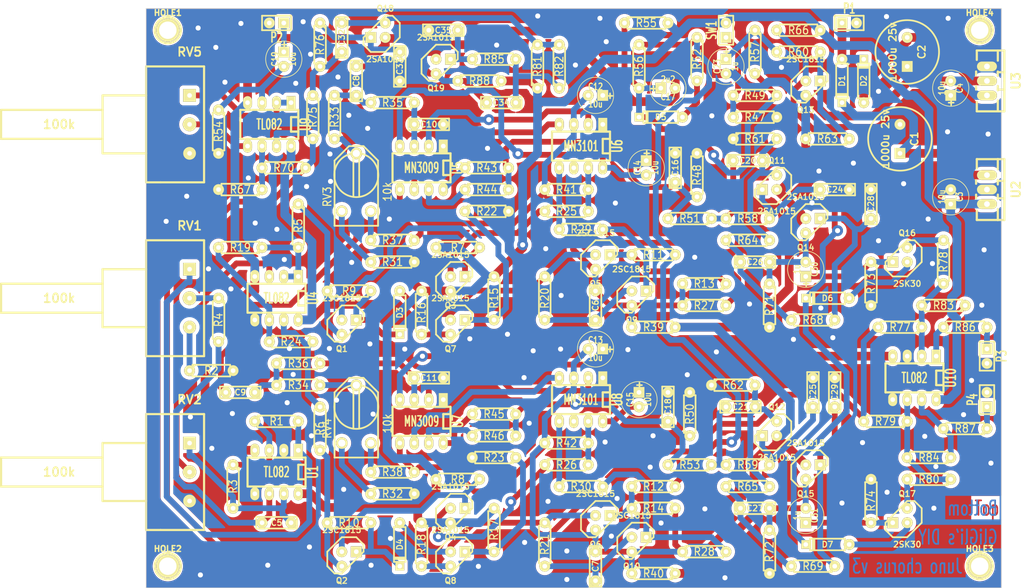
<source format=kicad_pcb>
(kicad_pcb (version 20241229) (generator "pcbnew") (generator_version "9.0")
  (title_block (title "Roland Juno-60 chorus board clone") (rev "3") (company "GliGli's DIY"))
  (layers (0 "F.Cu" signal) (2 "B.Cu" signal) (13 "F.Paste" user) (15 "B.Paste" user) (5 "F.SilkS" user "F.Silkscreen") (1 "F.Mask" user) (3 "B.Mask" user) (25 "Edge.Cuts" user))
  (net 0 "")
  (net 1 "-VAA")
  (net 2 "GND")
  (net 3 "N-000001")
  (net 4 "N-0000010")
  (net 5 "N-00000100")
  (net 6 "N-00000101")
  (net 7 "N-00000102")
  (net 8 "N-00000103")
  (net 9 "N-00000104")
  (net 10 "N-00000105")
  (net 11 "N-00000106")
  (net 12 "N-00000107")
  (net 13 "N-00000108")
  (net 14 "N-0000011")
  (net 15 "N-0000012")
  (net 16 "N-0000013")
  (net 17 "N-0000014")
  (net 18 "N-0000015")
  (net 19 "N-0000016")
  (net 20 "N-0000017")
  (net 21 "N-0000018")
  (net 22 "N-0000019")
  (net 23 "N-000002")
  (net 24 "N-0000020")
  (net 25 "N-0000021")
  (net 26 "N-0000022")
  (net 27 "N-0000023")
  (net 28 "N-0000024")
  (net 29 "N-0000025")
  (net 30 "N-0000026")
  (net 31 "N-0000027")
  (net 32 "N-0000028")
  (net 33 "N-0000029")
  (net 34 "N-000003")
  (net 35 "N-0000030")
  (net 36 "N-0000031")
  (net 37 "N-0000032")
  (net 38 "N-0000033")
  (net 39 "N-0000034")
  (net 40 "N-0000035")
  (net 41 "N-0000036")
  (net 42 "N-0000037")
  (net 43 "N-0000038")
  (net 44 "N-0000039")
  (net 45 "N-000004")
  (net 46 "N-0000040")
  (net 47 "N-0000041")
  (net 48 "N-0000042")
  (net 49 "N-0000043")
  (net 50 "N-0000044")
  (net 51 "N-0000045")
  (net 52 "N-0000046")
  (net 53 "N-0000047")
  (net 54 "N-0000048")
  (net 55 "N-0000049")
  (net 56 "N-000005")
  (net 57 "N-0000050")
  (net 58 "N-0000051")
  (net 59 "N-0000052")
  (net 60 "N-0000053")
  (net 61 "N-0000054")
  (net 62 "N-0000055")
  (net 63 "N-0000056")
  (net 64 "N-0000057")
  (net 65 "N-0000059")
  (net 66 "N-000006")
  (net 67 "N-0000060")
  (net 68 "N-0000061")
  (net 69 "N-0000062")
  (net 70 "N-0000064")
  (net 71 "N-0000065")
  (net 72 "N-0000066")
  (net 73 "N-0000067")
  (net 74 "N-0000068")
  (net 75 "N-0000069")
  (net 76 "N-000007")
  (net 77 "N-0000070")
  (net 78 "N-0000071")
  (net 79 "N-0000072")
  (net 80 "N-0000073")
  (net 81 "N-0000074")
  (net 82 "N-0000075")
  (net 83 "N-0000076")
  (net 84 "N-0000077")
  (net 85 "N-0000078")
  (net 86 "N-0000079")
  (net 87 "N-000008")
  (net 88 "N-0000080")
  (net 89 "N-0000081")
  (net 90 "N-0000082")
  (net 91 "N-0000083")
  (net 92 "N-0000084")
  (net 93 "N-0000085")
  (net 94 "N-0000086")
  (net 95 "N-0000087")
  (net 96 "N-0000088")
  (net 97 "N-0000089")
  (net 98 "N-000009")
  (net 99 "N-0000090")
  (net 100 "N-0000091")
  (net 101 "N-0000092")
  (net 102 "N-0000093")
  (net 103 "N-0000094")
  (net 104 "N-0000095")
  (net 105 "N-0000098")
  (net 106 "N-0000099")
  (net 107 "VAA")
  (footprint "TO92DGS" (layer "F.Cu") (at 187.96 99.06 180)
    (property "Reference" "Q16")
    (property "Value" "2SK30")
  )
  (footprint "TO92-123" (layer "F.Cu") (at 110.49 111.76)
    (property "Reference" "Q7")
    (property "Value" "2SA1015")
  )
  (footprint "TO92-123" (layer "F.Cu") (at 91.44 152.4)
    (property "Reference" "Q2")
    (property "Value" "2SC1815")
  )
  (footprint "TO92-123" (layer "F.Cu") (at 135.89 100.33)
    (property "Reference" "Q5")
    (property "Value" "2SC1815")
  )
  (footprint "TO92-123" (layer "F.Cu") (at 135.89 146.05)
    (property "Reference" "Q6")
    (property "Value" "2SC1815")
  )
  (footprint "TO92-123" (layer "F.Cu") (at 142.24 106.68)
    (property "Reference" "Q9")
    (property "Value" "2SC1815")
  )
  (footprint "TO92-123" (layer "F.Cu") (at 142.24 149.86)
    (property "Reference" "Q10")
    (property "Value" "2SC1815")
  )
  (footprint "TO92-123" (layer "F.Cu") (at 91.44 111.76)
    (property "Reference" "Q1")
    (property "Value" "2SC1815")
  )
  (footprint "TO92-123" (layer "F.Cu") (at 96.52 59.69 180)
    (property "Reference" "Q18")
    (property "Value" "2SA1015")
  )
  (footprint "TO92-123" (layer "F.Cu") (at 107.95 66.04)
    (property "Reference" "Q19")
    (property "Value" "2SA1015")
  )
  (footprint "TO92-123" (layer "F.Cu") (at 172.72 93.98)
    (property "Reference" "Q14")
    (property "Value" "2SA1015")
  )
  (footprint "TO92-123" (layer "F.Cu") (at 165.1 86.36 180)
    (property "Reference" "Q11")
    (property "Value" "2SA1015")
  )
  (footprint "TO92-123" (layer "F.Cu") (at 165.1 129.54 180)
    (property "Reference" "Q12")
    (property "Value" "2SA1015")
  )
  (footprint "TO92-123" (layer "F.Cu") (at 172.72 137.16)
    (property "Reference" "Q15")
    (property "Value" "2SA1015")
  )
  (footprint "TO92-123" (layer "F.Cu") (at 110.49 104.14)
    (property "Reference" "Q3")
    (property "Value" "2SA1015")
  )
  (footprint "TO92-123" (layer "F.Cu") (at 110.49 152.4)
    (property "Reference" "Q8")
    (property "Value" "2SA1015")
  )
  (footprint "SIL-2" (layer "F.Cu") (at 78.74 58.42 180)
    (property "Reference" "P2")
    (property "Value" "AUDIO_IN" (hide yes))
  )
  (footprint "SIL-2" (layer "F.Cu") (at 179.07 58.42)
    (property "Reference" "P1")
    (property "Value" "15VAC_IN" (hide yes))
  )
  (footprint "SIL-2" (layer "F.Cu") (at 157.48 59.69 90)
    (property "Reference" "SW1")
    (property "Value" "SW_PUSH" (hide yes))
  )
  (footprint "SIL-2" (layer "F.Cu") (at 203.2 124.46 90)
    (property "Reference" "P4")
    (property "Value" "AUDIO_OUT_2" (hide yes))
  )
  (footprint "SIL-2" (layer "F.Cu") (at 203.2 116.84 -90)
    (property "Reference" "P3")
    (property "Value" "AUDIO_OUT_1" (hide yes))
  )
  (footprint "RV2X4" (layer "F.Cu") (at 92.71 86.36 90)
    (property "Reference" "RV3")
    (property "Value" "10k")
  )
  (footprint "POTA_Fav" (layer "F.Cu") (at 58.42 106.68)
    (property "Reference" "RV1")
    (property "Value" "100k")
  )
  (footprint "POTA_Fav" (layer "F.Cu") (at 58.42 76.2)
    (property "Reference" "RV5")
    (property "Value" "100k")
  )
  (footprint "POTA_Fav" (layer "F.Cu") (at 58.42 137.16)
    (property "Reference" "RV2")
    (property "Value" "100k")
  )
  (footprint "DIP-8__300_ELL" (layer "F.Cu") (at 132.08 124.46 180)
    (property "Reference" "U8")
    (property "Value" "MN3101")
  )
  (footprint "DIP-8__300_ELL" (layer "F.Cu") (at 190.5 120.65 180)
    (property "Reference" "U10")
    (property "Value" "TL082")
  )
  (footprint "DIP-8__300_ELL" (layer "F.Cu") (at 77.47 76.2 180)
    (property "Reference" "U9")
    (property "Value" "TL082")
  )
  (footprint "DIP-8__300_ELL" (layer "F.Cu") (at 104.14 83.82 180)
    (property "Reference" "U5")
    (property "Value" "MN3009")
  )
  (footprint "DIP-8__300_ELL" (layer "F.Cu") (at 132.08 80.01 180)
    (property "Reference" "U6")
    (property "Value" "MN3101")
  )
  (footprint "DIP-8__300_ELL" (layer "F.Cu") (at 104.14 128.27 180)
    (property "Reference" "U7")
    (property "Value" "MN3009")
  )
  (footprint "DIP-8__300_ELL" (layer "F.Cu") (at 78.74 106.68 180)
    (property "Reference" "U4")
    (property "Value" "TL082")
  )
  (footprint "DIP-8__300_ELL" (layer "F.Cu") (at 78.74 137.16 180)
    (property "Reference" "U1")
    (property "Value" "TL082")
  )
  (footprint "D3" (layer "F.Cu") (at 181.61 68.58 90)
    (property "Reference" "D2")
    (property "Value" "1N5817" (hide yes))
  )
  (footprint "D3" (layer "F.Cu") (at 100.33 109.22 -90)
    (property "Reference" "D3")
    (property "Value" "1N4148" (hide yes))
  )
  (footprint "D3" (layer "F.Cu") (at 175.26 106.68 180)
    (property "Reference" "D6")
    (property "Value" "1N4148" (hide yes))
  )
  (footprint "D3" (layer "F.Cu") (at 175.26 149.86 180)
    (property "Reference" "D7")
    (property "Value" "1N4148" (hide yes))
  )
  (footprint "D3" (layer "F.Cu") (at 100.33 149.86 -90)
    (property "Reference" "D4")
    (property "Value" "1N4148" (hide yes))
  )
  (footprint "D3" (layer "F.Cu") (at 177.8 68.58 -90)
    (property "Reference" "D1")
    (property "Value" "1N5817" (hide yes))
  )
  (footprint "C2V10" (layer "F.Cu") (at 187.96 78.74 90)
    (property "Reference" "C1")
    (property "Value" "1000u 25v")
  )
  (footprint "C2V10" (layer "F.Cu") (at 189.23 63.5 90)
    (property "Reference" "C2")
    (property "Value" "1000u 25v")
  )
  (footprint "C2" (layer "F.Cu") (at 100.33 66.04 -90)
    (property "Reference" "C33")
    (property "Value" "680p" (hide yes))
  )
  (footprint "C2" (layer "F.Cu") (at 78.74 146.05 180)
    (property "Reference" "C5")
    (property "Value" "100n" (hide yes))
  )
  (footprint "C2" (layer "F.Cu") (at 90.17 60.96 90)
    (property "Reference" "C32")
    (property "Value" "820p" (hide yes))
  )
  (footprint "C2" (layer "F.Cu") (at 118.11 72.39 180)
    (property "Reference" "C34")
    (property "Value" "1n8" (hide yes))
  )
  (footprint "C2" (layer "F.Cu") (at 107.95 59.69 180)
    (property "Reference" "C35")
    (property "Value" "270p" (hide yes))
  )
  (footprint "C2" (layer "F.Cu") (at 92.71 68.58 90)
    (property "Reference" "C8")
    (property "Value" "100n" (hide yes))
  )
  (footprint "C2" (layer "F.Cu") (at 160.02 125.73)
    (property "Reference" "C21")
    (property "Value" "820p" (hide yes))
  )
  (footprint "C2" (layer "F.Cu") (at 148.59 83.82 90)
    (property "Reference" "C16")
    (property "Value" "2n2" (hide yes))
  )
  (footprint "C2" (layer "F.Cu") (at 176.53 123.19 90)
    (property "Reference" "C29")
    (property "Value" "270p" (hide yes))
  )
  (footprint "C2" (layer "F.Cu") (at 147.32 125.73 90)
    (property "Reference" "C18")
    (property "Value" "2n2" (hide yes))
  )
  (footprint "C2" (layer "F.Cu") (at 172.72 123.19 90)
    (property "Reference" "C25")
    (property "Value" "680p" (hide yes))
  )
  (footprint "C2" (layer "F.Cu") (at 105.41 120.65)
    (property "Reference" "C11")
    (property "Value" "2n2" (hide yes))
  )
  (footprint "C2" (layer "F.Cu") (at 72.39 123.19 180)
    (property "Reference" "C9")
    (property "Value" "100n" (hide yes))
  )
  (footprint "C2" (layer "F.Cu") (at 105.41 76.2)
    (property "Reference" "C10")
    (property "Value" "2n2" (hide yes))
  )
  (footprint "C2" (layer "F.Cu") (at 161.29 82.55)
    (property "Reference" "C20")
    (property "Value" "820p" (hide yes))
  )
  (footprint "C2" (layer "F.Cu") (at 182.88 90.17 90)
    (property "Reference" "C28")
    (property "Value" "270p" (hide yes))
  )
  (footprint "C2" (layer "F.Cu") (at 176.53 87.63)
    (property "Reference" "C24")
    (property "Value" "680p" (hide yes))
  )
  (footprint "C2" (layer "F.Cu") (at 134.62 153.67 90)
    (property "Reference" "C7")
    (property "Value" "150p" (hide yes))
  )
  (footprint "C1V7" (layer "F.Cu") (at 142.24 124.46 -90)
    (property "Reference" "C15")
    (property "Value" "10u")
  )
  (footprint "C1V7" (layer "F.Cu") (at 134.62 71.12 180)
    (property "Reference" "C12")
    (property "Value" "10u")
  )
  (footprint "C1V7" (layer "F.Cu") (at 171.45 101.6 90)
    (property "Reference" "C30")
    (property "Value" "1u")
  )
  (footprint "C1V7" (layer "F.Cu") (at 143.51 83.82 -90)
    (property "Reference" "C14")
    (property "Value" "10u")
  )
  (footprint "C1V7" (layer "F.Cu") (at 134.62 115.57 180)
    (property "Reference" "C13")
    (property "Value" "10u")
  )
  (footprint "C1V7" (layer "F.Cu") (at 196.85 69.85 90)
    (property "Reference" "C4")
    (property "Value" "10u")
  )
  (footprint "C1V7" (layer "F.Cu") (at 196.85 88.9 90)
    (property "Reference" "C3")
    (property "Value" "10u")
  )
  (footprint "C1V7" (layer "F.Cu") (at 171.45 144.78 90)
    (property "Reference" "C31")
    (property "Value" "1u")
  )
  (footprint "C1V7" (layer "F.Cu") (at 80.01 64.77 -90)
    (property "Reference" "C19")
    (property "Value" "10u")
  )
  (footprint "C1V7" (layer "F.Cu") (at 157.48 66.04 -90)
    (property "Reference" "C23")
    (property "Value" "1u")
  )
  (footprint "TO92-123" (layer "F.Cu") (at 110.49 144.78)
    (property "Reference" "Q4")
    (property "Value" "2SA1015")
  )
  (footprint "R3-LARGE_PADS" (layer "F.Cu") (at 116.84 134.62 180)
    (property "Reference" "R23")
    (property "Value" "10k" (hide yes))
  )
  (footprint "TO92DGS" (layer "F.Cu") (at 187.96 144.78 180)
    (property "Reference" "Q17")
    (property "Value" "2SK30")
  )
  (footprint "C2" (layer "F.Cu") (at 162.56 100.33)
    (property "Reference" "C26")
    (property "Value" "1n8" (hide yes))
  )
  (footprint "C2" (layer "F.Cu") (at 134.62 107.95 90)
    (property "Reference" "C6")
    (property "Value" "150p" (hide yes))
  )
  (footprint "C2" (layer "F.Cu") (at 162.56 143.51)
    (property "Reference" "C27")
    (property "Value" "1n8" (hide yes))
  )
  (footprint "D3" (layer "F.Cu") (at 146.05 74.93 180)
    (property "Reference" "D5")
    (property "Value" "1N4148" (hide yes))
  )
  (footprint "C1V7" (layer "F.Cu") (at 147.32 69.85)
    (property "Reference" "C17")
    (property "Value" "2u2")
  )
  (footprint "R3-LARGE_PADS" (layer "F.Cu") (at 193.04 134.62 180)
    (property "Reference" "R84")
    (property "Value" "10k" (hide yes))
  )
  (footprint "R3-LARGE_PADS" (layer "F.Cu") (at 185.42 128.27 180)
    (property "Reference" "R79")
    (property "Value" "47k" (hide yes))
  )
  (footprint "R3-LARGE_PADS" (layer "F.Cu") (at 193.04 138.43 180)
    (property "Reference" "R80")
    (property "Value" "39k" (hide yes))
  )
  (footprint "R3-LARGE_PADS" (layer "F.Cu") (at 199.39 129.54 180)
    (property "Reference" "R87")
    (property "Value" "1k" (hide yes))
  )
  (footprint "R3-LARGE_PADS" (layer "F.Cu") (at 144.78 99.06)
    (property "Reference" "R11")
    (property "Value" "330k" (hide yes))
  )
  (footprint "R3-LARGE_PADS" (layer "F.Cu") (at 153.67 104.14 180)
    (property "Reference" "R13")
    (property "Value" "33k" (hide yes))
  )
  (footprint "R3-LARGE_PADS" (layer "F.Cu") (at 144.78 143.51)
    (property "Reference" "R14")
    (property "Value" "33k" (hide yes))
  )
  (footprint "R3-LARGE_PADS" (layer "F.Cu") (at 162.56 74.93)
    (property "Reference" "R47")
    (property "Value" "1k" (hide yes))
  )
  (footprint "R3-LARGE_PADS" (layer "F.Cu") (at 162.56 71.12 180)
    (property "Reference" "R49")
    (property "Value" "330" (hide yes))
  )
  (footprint "R3-LARGE_PADS" (layer "F.Cu") (at 142.24 66.04 -90)
    (property "Reference" "R56")
    (property "Value" "330k" (hide yes))
  )
  (footprint "R3-LARGE_PADS" (layer "F.Cu") (at 143.51 58.42)
    (property "Reference" "R55")
    (property "Value" "10k" (hide yes))
  )
  (footprint "R3-LARGE_PADS" (layer "F.Cu") (at 162.56 63.5 -90)
    (property "Reference" "R57")
    (property "Value" "150k" (hide yes))
  )
  (footprint "R3-LARGE_PADS" (layer "F.Cu") (at 170.18 63.5 180)
    (property "Reference" "R60")
    (property "Value" "560k" (hide yes))
  )
  (footprint "R3-LARGE_PADS" (layer "F.Cu") (at 116.84 127)
    (property "Reference" "R45")
    (property "Value" "3k3" (hide yes))
  )
  (footprint "R3-LARGE_PADS" (layer "F.Cu") (at 152.4 64.77 -90)
    (property "Reference" "R52")
    (property "Value" "10k" (hide yes))
  )
  (footprint "R3-LARGE_PADS" (layer "F.Cu") (at 116.84 130.81)
    (property "Reference" "R46")
    (property "Value" "3k3" (hide yes))
  )
  (footprint "R3-LARGE_PADS" (layer "F.Cu") (at 151.13 127 90)
    (property "Reference" "R50")
    (property "Value" "47k" (hide yes))
  )
  (footprint "R3-LARGE_PADS" (layer "F.Cu") (at 151.13 135.89 180)
    (property "Reference" "R53")
    (property "Value" "22k" (hide yes))
  )
  (footprint "R3-LARGE_PADS" (layer "F.Cu") (at 129.54 132.08)
    (property "Reference" "R42")
    (property "Value" "1k8" (hide yes))
  )
  (footprint "R3-LARGE_PADS" (layer "F.Cu") (at 161.29 139.7)
    (property "Reference" "R65")
    (property "Value" "22k" (hide yes))
  )
  (footprint "R3-LARGE_PADS" (layer "F.Cu") (at 172.72 153.67 180)
    (property "Reference" "R69")
    (property "Value" "22k" (hide yes))
  )
  (footprint "R3-LARGE_PADS" (layer "F.Cu") (at 165.1 151.13 -90)
    (property "Reference" "R72")
    (property "Value" "10k" (hide yes))
  )
  (footprint "R3-LARGE_PADS" (layer "F.Cu") (at 158.75 121.92)
    (property "Reference" "R62")
    (property "Value" "22k" (hide yes))
  )
  (footprint "R3-LARGE_PADS" (layer "F.Cu") (at 182.88 142.24 90)
    (property "Reference" "R74")
    (property "Value" "22k" (hide yes))
  )
  (footprint "R3-LARGE_PADS" (layer "F.Cu") (at 82.55 118.11)
    (property "Reference" "R36")
    (property "Value" "10k" (hide yes))
  )
  (footprint "R3-LARGE_PADS" (layer "F.Cu") (at 82.55 121.92)
    (property "Reference" "R34")
    (property "Value" "100k" (hide yes))
  )
  (footprint "R3-LARGE_PADS" (layer "F.Cu") (at 99.06 140.97)
    (property "Reference" "R32")
    (property "Value" "15k" (hide yes))
  )
  (footprint "R3-LARGE_PADS" (layer "F.Cu") (at 99.06 137.16)
    (property "Reference" "R38")
    (property "Value" "12k" (hide yes))
  )
  (footprint "R3-LARGE_PADS" (layer "F.Cu") (at 144.78 154.94 180)
    (property "Reference" "R40")
    (property "Value" "10" (hide yes))
  )
  (footprint "R3-LARGE_PADS" (layer "F.Cu") (at 161.29 135.89 180)
    (property "Reference" "R59")
    (property "Value" "22k" (hide yes))
  )
  (footprint "R3-LARGE_PADS" (layer "F.Cu") (at 175.26 78.74 180)
    (property "Reference" "R63")
    (property "Value" "39k" (hide yes))
  )
  (footprint "R3-LARGE_PADS" (layer "F.Cu") (at 68.58 77.47 -90)
    (property "Reference" "R54")
    (property "Value" "33k" (hide yes))
  )
  (footprint "R3-LARGE_PADS" (layer "F.Cu") (at 81.28 114.3)
    (property "Reference" "R24")
    (property "Value" "470k" (hide yes))
  )
  (footprint "R3-LARGE_PADS" (layer "F.Cu") (at 72.39 97.79 180)
    (property "Reference" "R19")
    (property "Value" "470k" (hide yes))
  )
  (footprint "R3-LARGE_PADS" (layer "F.Cu") (at 78.74 128.27)
    (property "Reference" "R1")
    (property "Value" "47k" (hide yes))
  )
  (footprint "R3-LARGE_PADS" (layer "F.Cu") (at 71.12 139.7 -90)
    (property "Reference" "R3")
    (property "Value" "33k" (hide yes))
  )
  (footprint "R3-LARGE_PADS" (layer "F.Cu") (at 68.58 110.49 -90)
    (property "Reference" "R4")
    (property "Value" "1M" (hide yes))
  )
  (footprint "R3-LARGE_PADS" (layer "F.Cu") (at 144.78 111.76 180)
    (property "Reference" "R39")
    (property "Value" "10" (hide yes))
  )
  (footprint "R3-LARGE_PADS" (layer "F.Cu") (at 132.08 94.615)
    (property "Reference" "R29")
    (property "Value" "22k" (hide yes))
  )
  (footprint "R3-LARGE_PADS" (layer "F.Cu") (at 153.67 107.95)
    (property "Reference" "R27")
    (property "Value" "2k2" (hide yes))
  )
  (footprint "R3-LARGE_PADS" (layer "F.Cu") (at 125.73 106.68 -90)
    (property "Reference" "R20")
    (property "Value" "6k8" (hide yes))
  )
  (footprint "R3-LARGE_PADS" (layer "F.Cu") (at 129.54 91.44)
    (property "Reference" "R25")
    (property "Value" "2k2" (hide yes))
  )
  (footprint "R3-LARGE_PADS" (layer "F.Cu") (at 161.29 92.71 180)
    (property "Reference" "R58")
    (property "Value" "22k" (hide yes))
  )
  (footprint "R3-LARGE_PADS" (layer "F.Cu") (at 72.39 87.63 180)
    (property "Reference" "R67")
    (property "Value" "10k" (hide yes))
  )
  (footprint "R3-LARGE_PADS" (layer "F.Cu") (at 116.84 106.68 -90)
    (property "Reference" "R15")
    (property "Value" "1k8" (hide yes))
  )
  (footprint "R3-LARGE_PADS" (layer "F.Cu") (at 104.14 109.22 -90)
    (property "Reference" "R16")
    (property "Value" "8k2" (hide yes))
  )
  (footprint "R3-LARGE_PADS" (layer "F.Cu") (at 129.54 87.63)
    (property "Reference" "R41")
    (property "Value" "1k8" (hide yes))
  )
  (footprint "R3-LARGE_PADS" (layer "F.Cu") (at 67.31 119.38)
    (property "Reference" "R2")
    (property "Value" "10k" (hide yes))
  )
  (footprint "R3-LARGE_PADS" (layer "F.Cu") (at 99.06 96.52)
    (property "Reference" "R37")
    (property "Value" "12k" (hide yes))
  )
  (footprint "R3-LARGE_PADS" (layer "F.Cu") (at 99.06 100.33)
    (property "Reference" "R31")
    (property "Value" "15k" (hide yes))
  )
  (footprint "R3-LARGE_PADS" (layer "F.Cu") (at 88.9 74.93 -90)
    (property "Reference" "R33")
    (property "Value" "100k" (hide yes))
  )
  (footprint "R3-LARGE_PADS" (layer "F.Cu") (at 99.06 72.39)
    (property "Reference" "R35")
    (property "Value" "10k" (hide yes))
  )
  (footprint "R3-LARGE_PADS" (layer "F.Cu") (at 182.88 104.14 -90)
    (property "Reference" "R73")
    (property "Value" "22k" (hide yes))
  )
  (footprint "R3-LARGE_PADS" (layer "F.Cu") (at 162.56 78.74)
    (property "Reference" "R61")
    (property "Value" "22k" (hide yes))
  )
  (footprint "R3-LARGE_PADS" (layer "F.Cu") (at 165.1 107.95 -90)
    (property "Reference" "R71")
    (property "Value" "10k" (hide yes))
  )
  (footprint "R3-LARGE_PADS" (layer "F.Cu") (at 172.72 110.49 180)
    (property "Reference" "R68")
    (property "Value" "22k" (hide yes))
  )
  (footprint "R3-LARGE_PADS" (layer "F.Cu") (at 161.29 96.52)
    (property "Reference" "R64")
    (property "Value" "22k" (hide yes))
  )
  (footprint "R3-LARGE_PADS" (layer "F.Cu") (at 115.57 91.44)
    (property "Reference" "R22")
    (property "Value" "10k" (hide yes))
  )
  (footprint "R3-LARGE_PADS" (layer "F.Cu") (at 195.58 100.33 90)
    (property "Reference" "R78")
    (property "Value" "39k" (hide yes))
  )
  (footprint "R3-LARGE_PADS" (layer "F.Cu") (at 187.96 111.76 180)
    (property "Reference" "R77")
    (property "Value" "47k" (hide yes))
  )
  (footprint "R3-LARGE_PADS" (layer "F.Cu") (at 195.58 107.95 180)
    (property "Reference" "R83")
    (property "Value" "10k" (hide yes))
  )
  (footprint "R3-LARGE_PADS" (layer "F.Cu") (at 115.57 83.82)
    (property "Reference" "R43")
    (property "Value" "3k3" (hide yes))
  )
  (footprint "R3-LARGE_PADS" (layer "F.Cu") (at 115.57 87.63)
    (property "Reference" "R44")
    (property "Value" "3k3" (hide yes))
  )
  (footprint "R3-LARGE_PADS" (layer "F.Cu") (at 152.4 85.09 90)
    (property "Reference" "R48")
    (property "Value" "47k" (hide yes))
  )
  (footprint "R3-LARGE_PADS" (layer "F.Cu") (at 128.27 66.04 90)
    (property "Reference" "R82")
    (property "Value" "22k" (hide yes))
  )
  (footprint "R3-LARGE_PADS" (layer "F.Cu") (at 104.14 149.86 -90)
    (property "Reference" "R18")
    (property "Value" "8k2" (hide yes))
  )
  (footprint "R3-LARGE_PADS" (layer "F.Cu") (at 116.84 147.32 -90)
    (property "Reference" "R17")
    (property "Value" "1k8" (hide yes))
  )
  (footprint "R3-LARGE_PADS" (layer "F.Cu") (at 199.39 111.76 180)
    (property "Reference" "R86")
    (property "Value" "1k" (hide yes))
  )
  (footprint "R3-LARGE_PADS" (layer "F.Cu") (at 110.49 138.43 180)
    (property "Reference" "R8")
    (property "Value" "2k2" (hide yes))
  )
  (footprint "R3-LARGE_PADS" (layer "F.Cu") (at 129.54 135.89)
    (property "Reference" "R26")
    (property "Value" "2k2" (hide yes))
  )
  (footprint "R3-LARGE_PADS" (layer "F.Cu") (at 125.73 149.86 -90)
    (property "Reference" "R21")
    (property "Value" "6k8" (hide yes))
  )
  (footprint "R3-LARGE_PADS" (layer "F.Cu") (at 153.67 151.13)
    (property "Reference" "R28")
    (property "Value" "2k2" (hide yes))
  )
  (footprint "R3-LARGE_PADS" (layer "F.Cu") (at 132.08 139.7)
    (property "Reference" "R30")
    (property "Value" "22k" (hide yes))
  )
  (footprint "R3-LARGE_PADS" (layer "F.Cu") (at 91.44 146.05)
    (property "Reference" "R10")
    (property "Value" "33k" (hide yes))
  )
  (footprint "R3-LARGE_PADS" (layer "F.Cu") (at 86.36 129.54 90)
    (property "Reference" "R6")
    (property "Value" "1k" (hide yes))
  )
  (footprint "R3-LARGE_PADS" (layer "F.Cu") (at 82.55 93.98 -90)
    (property "Reference" "R5")
    (property "Value" "1k" (hide yes))
  )
  (footprint "R3-LARGE_PADS" (layer "F.Cu") (at 144.78 139.7)
    (property "Reference" "R12")
    (property "Value" "330k" (hide yes))
  )
  (footprint "R3-LARGE_PADS" (layer "F.Cu") (at 170.18 59.69 180)
    (property "Reference" "R66")
    (property "Value" "10k" (hide yes))
  )
  (footprint "R3-LARGE_PADS" (layer "F.Cu") (at 110.49 97.79 180)
    (property "Reference" "R7")
    (property "Value" "2k2" (hide yes))
  )
  (footprint "R3-LARGE_PADS" (layer "F.Cu") (at 85.09 74.93 -90)
    (property "Reference" "R75")
    (property "Value" "22k" (hide yes))
  )
  (footprint "R3-LARGE_PADS" (layer "F.Cu") (at 86.36 62.23 -90)
    (property "Reference" "R76")
    (property "Value" "22k" (hide yes))
  )
  (footprint "R3-LARGE_PADS" (layer "F.Cu") (at 151.13 92.71 180)
    (property "Reference" "R51")
    (property "Value" "22k" (hide yes))
  )
  (footprint "R3-LARGE_PADS" (layer "F.Cu") (at 124.46 66.04 90)
    (property "Reference" "R81")
    (property "Value" "22k" (hide yes))
  )
  (footprint "R3-LARGE_PADS" (layer "F.Cu") (at 80.01 83.82 180)
    (property "Reference" "R70")
    (property "Value" "33k" (hide yes))
  )
  (footprint "R3-LARGE_PADS" (layer "F.Cu") (at 114.3 68.58)
    (property "Reference" "R88")
    (property "Value" "10k" (hide yes))
  )
  (footprint "R3-LARGE_PADS" (layer "F.Cu") (at 116.84 64.77)
    (property "Reference" "R85")
    (property "Value" "22k" (hide yes))
  )
  (footprint "R3-LARGE_PADS" (layer "F.Cu") (at 91.44 105.41)
    (property "Reference" "R9")
    (property "Value" "33k" (hide yes))
  )
  (footprint "TO92-123" (layer "F.Cu") (at 172.72 69.85)
    (property "Reference" "Q13")
    (property "Value" "2SC1815")
  )
  (footprint "RV2X4" (layer "F.Cu") (at 92.71 127 90)
    (property "Reference" "RV4")
    (property "Value" "10k")
  )
  (footprint "TO-220_Neutral123_Vertical_LargePads" (layer "F.Cu") (at 203.2 68.58 -90)
    (property "Reference" "U3")
    (property "Value" "LM7915CT" (hide yes))
  )
  (footprint "TO-220_Neutral123_Vertical_LargePads" (layer "F.Cu") (at 203.2 87.63 -90)
    (property "Reference" "U2")
    (property "Value" "LM7815CT" (hide yes))
  )
  (footprint "1pin" (layer "F.Cu") (at 59.69 59.69)
    (property "Reference" "HOLE1")
    (property "Value" "P***" (hide yes))
  )
  (footprint "1pin" (layer "F.Cu") (at 59.69 153.67)
    (property "Reference" "HOLE2")
    (property "Value" "P***" (hide yes))
  )
  (footprint "1pin" (layer "F.Cu") (at 201.93 59.69)
    (property "Reference" "HOLE4")
    (property "Value" "P***" (hide yes))
  )
  (footprint "1pin" (layer "F.Cu") (at 201.93 153.67)
    (property "Reference" "HOLE3")
    (property "Value" "P***" (hide yes))
  )
  (gr_line (start 55.88 55.88) (end 175.26 55.88) (stroke (width 0.1)) (layer "Edge.Cuts"))
  (gr_line (start 205.74 55.88) (end 205.74 157.48) (stroke (width 0.1)) (layer "Edge.Cuts"))
  (gr_line (start 175.26 157.48) (end 55.88 157.48) (stroke (width 0.1)) (layer "Edge.Cuts"))
  (gr_line (start 205.74 157.48) (end 175.26 157.48) (stroke (width 0.1)) (layer "Edge.Cuts"))
  (gr_line (start 55.88 55.88) (end 55.88 157.48) (stroke (width 0.1)) (layer "Edge.Cuts"))
  (gr_line (start 205.74 55.88) (end 175.26 55.88) (stroke (width 0.1)) (layer "Edge.Cuts"))
  (gr_text "Top" (at 203.2 143.51 0) (layer "F.Cu") (effects (font (size 2.54 1.651) (thickness 0.3))))
  (gr_text "GliGli's DIY" (at 198.12 148.59 0) (layer "B.Cu") (effects (font (size 2.54 1.651) (thickness 0.3)) (justify mirror)))
  (gr_text "Juno chorus v3" (at 189.23 153.67 0) (layer "B.Cu") (effects (font (size 2.54 1.651) (thickness 0.3)) (justify mirror)))
  (gr_text "Bottom" (at 200.66 143.51 0) (layer "B.Cu") (effects (font (size 2.54 1.651) (thickness 0.3)) (justify mirror)))
  (segment (start 148.59 67.31) (end 148.59 69.85) (width 1.524) (layer "F.Cu") (net 1))
  (segment (start 154.94 67.31) (end 157.48 67.31) (width 1.524) (layer "F.Cu") (net 1))
  (segment (start 97.79 61.136) (end 102.0863 61.136) (width 1.524) (layer "F.Cu") (net 1))
  (segment (start 141.2741 72.2114) (end 133.8648 64.8021) (width 1.524) (layer "F.Cu") (net 1))
  (segment (start 129.2048 59.8343) (end 114.6424 59.8343) (width 1.524) (layer "F.Cu") (net 1))
  (segment (start 97.79 62.3091) (end 97.79 61.136) (width 1.524) (layer "F.Cu") (net 1))
  (segment (start 166.7621 88.022) (end 170.6043 91.8643) (width 1.524) (layer "F.Cu") (net 1))
  (segment (start 168.554 94.7603) (end 170.6043 92.71) (width 1.524) (layer "F.Cu") (net 1))
  (segment (start 168.554 104.9085) (end 168.554 94.7603) (width 1.524) (layer "F.Cu") (net 1))
  (segment (start 183.3555 74.7398) (end 189.5153 68.58) (width 1.524) (layer "F.Cu") (net 1))
  (segment (start 157.5553 147.5018) (end 159.4098 147.5018) (width 1.524) (layer "F.Cu") (net 1))
  (segment (start 102.0863 61.136) (end 104.3709 63.4206) (width 1.524) (layer "F.Cu") (net 1))
  (segment (start 73.66 65.9625) (end 78.4876 61.1349) (width 1.524) (layer "F.Cu") (net 1))
  (segment (start 148.59 154.94) (end 150.1171 154.94) (width 1.524) (layer "F.Cu") (net 1))
  (segment (start 107.8706 62.23) (end 106.68 63.4206) (width 1.524) (layer "F.Cu") (net 1))
  (segment (start 66.2147 126.8194) (end 72.7453 133.35) (width 1.524) (layer "F.Cu") (net 1))
  (segment (start 148.59 67.31) (end 149.86 66.04) (width 1.524) (layer "F.Cu") (net 1))
  (segment (start 166.37 87.63) (end 166.7621 88.022) (width 1.524) (layer "F.Cu") (net 1))
  (segment (start 148.59 71.2096) (end 147.5882 72.2114) (width 1.524) (layer "F.Cu") (net 1))
  (segment (start 162.3799 135.2473) (end 164.2772 133.35) (width 1.524) (layer "F.Cu") (net 1))
  (segment (start 171.45 83.3341) (end 171.45 78.74) (width 1.524) (layer "F.Cu") (net 1))
  (segment (start 74.93 105.4103) (end 74.0751 105.4103) (width 1.524) (layer "F.Cu") (net 1))
  (segment (start 149.86 66.04) (end 153.67 66.04) (width 1.524) (layer "F.Cu") (net 1))
  (segment (start 96.7892 63.3099) (end 97.79 62.3091) (width 1.524) (layer "F.Cu") (net 1))
  (segment (start 78.4876 61.1349) (end 91.1283 61.1349) (width 1.524) (layer "F.Cu") (net 1))
  (segment (start 104.3709 63.4206) (end 106.68 63.4206) (width 1.524) (layer "F.Cu") (net 1))
  (segment (start 166.8569 116.84) (end 186.69 116.84) (width 1.524) (layer "F.Cu") (net 1))
  (segment (start 91.1283 61.1349) (end 93.3033 63.3099) (width 1.524) (layer "F.Cu") (net 1))
  (segment (start 170.6043 92.71) (end 171.45 92.71) (width 1.524) (layer "F.Cu") (net 1))
  (segment (start 164.2772 133.35) (end 165.1929 133.35) (width 1.524) (layer "F.Cu") (net 1))
  (segment (start 166.37 132.1729) (end 166.37 130.81) (width 1.524) (layer "F.Cu") (net 1))
  (segment (start 162.3697 111.76) (end 162.3697 112.3528) (width 1.524) (layer "F.Cu") (net 1))
  (segment (start 133.8648 64.8021) (end 133.8648 64.4943) (width 1.524) (layer "F.Cu") (net 1))
  (segment (start 166.7621 88.022) (end 171.45 83.3341) (width 1.524) (layer "F.Cu") (net 1))
  (segment (start 153.67 66.04) (end 154.94 67.31) (width 1.524) (layer "F.Cu") (net 1))
  (segment (start 162.3697 111.0928) (end 168.554 104.9085) (width 1.524) (layer "F.Cu") (net 1))
  (segment (start 97.79 61.136) (end 97.79 60.96) (width 1.524) (layer "F.Cu") (net 1))
  (segment (start 162.3697 111.76) (end 162.3697 111.0928) (width 1.524) (layer "F.Cu") (net 1))
  (segment (start 73.66 72.39) (end 73.66 65.9625) (width 1.524) (layer "F.Cu") (net 1))
  (segment (start 159.4098 147.5018) (end 162.3799 144.5317) (width 1.524) (layer "F.Cu") (net 1))
  (segment (start 114.6424 59.8343) (end 112.2467 62.23) (width 1.524) (layer "F.Cu") (net 1))
  (segment (start 106.68 63.4206) (end 106.68 64.77) (width 1.524) (layer "F.Cu") (net 1))
  (segment (start 74.93 133.35) (end 72.7453 133.35) (width 1.524) (layer "F.Cu") (net 1))
  (segment (start 171.45 71.12) (end 175.0698 74.7398) (width 1.524) (layer "F.Cu") (net 1))
  (segment (start 175.0698 74.7398) (end 183.3555 74.7398) (width 1.524) (layer "F.Cu") (net 1))
  (segment (start 133.8648 64.4943) (end 129.2048 59.8343) (width 1.524) (layer "F.Cu") (net 1))
  (segment (start 148.59 111.76) (end 162.3697 111.76) (width 1.524) (layer "F.Cu") (net 1))
  (segment (start 170.6043 91.8643) (end 170.6043 92.71) (width 1.524) (layer "F.Cu") (net 1))
  (segment (start 171.45 135.89) (end 167.7329 132.1729) (width 1.524) (layer "F.Cu") (net 1))
  (segment (start 162.3697 112.3528) (end 166.8569 116.84) (width 1.524) (layer "F.Cu") (net 1))
  (segment (start 165.1929 133.35) (end 166.37 132.1729) (width 1.524) (layer "F.Cu") (net 1))
  (segment (start 189.5153 68.58) (end 196.85 68.58) (width 1.524) (layer "F.Cu") (net 1))
  (segment (start 74.0751 105.4103) (end 66.2147 113.2707) (width 1.524) (layer "F.Cu") (net 1))
  (segment (start 147.5882 72.2114) (end 141.2741 72.2114) (width 1.524) (layer "F.Cu") (net 1))
  (segment (start 112.2467 62.23) (end 107.8706 62.23) (width 1.524) (layer "F.Cu") (net 1))
  (segment (start 167.7329 132.1729) (end 166.37 132.1729) (width 1.524) (layer "F.Cu") (net 1))
  (segment (start 150.1171 154.94) (end 157.5553 147.5018) (width 1.524) (layer "F.Cu") (net 1))
  (segment (start 66.2147 113.2707) (end 66.2147 126.8194) (width 1.524) (layer "F.Cu") (net 1))
  (segment (start 74.93 102.87) (end 74.93 105.4103) (width 1.524) (layer "F.Cu") (net 1))
  (segment (start 148.59 69.85) (end 148.59 71.2096) (width 1.524) (layer "F.Cu") (net 1))
  (segment (start 162.3799 144.5317) (end 162.3799 135.2473) (width 1.524) (layer "F.Cu") (net 1))
  (segment (start 93.3033 63.3099) (end 96.7892 63.3099) (width 1.524) (layer "F.Cu") (net 1))
  (segment (start 198.755 68.58) (end 201.295 71.12) (width 1.524) (layer "B.Cu") (net 1))
  (segment (start 201.295 71.12) (end 203.2 71.12) (width 1.524) (layer "B.Cu") (net 1))
  (segment (start 71.4397 96.8394) (end 74.93 100.3297) (width 1.524) (layer "B.Cu") (net 1))
  (segment (start 155.741 111.76) (end 168.757 124.776) (width 1.524) (layer "B.Cu") (net 1))
  (segment (start 158.75 67.31) (end 157.48 67.31) (width 1.524) (layer "B.Cu") (net 1))
  (segment (start 74.93 102.87) (end 74.93 100.3297) (width 1.524) (layer "B.Cu") (net 1))
  (segment (start 171.45 71.12) (end 169.8082 71.12) (width 1.524) (layer "B.Cu") (net 1))
  (segment (start 196.85 68.58) (end 198.755 68.58) (width 1.524) (layer "B.Cu") (net 1))
  (segment (start 168.757 124.776) (end 168.757 129.2106) (width 1.524) (layer "B.Cu") (net 1))
  (segment (start 168.757 129.2106) (end 167.1576 130.81) (width 1.524) (layer "B.Cu") (net 1))
  (segment (start 169.8082 71.12) (end 167.4583 68.7701) (width 1.524) (layer "B.Cu") (net 1))
  (segment (start 167.4583 68.7701) (end 164.9099 68.7701) (width 1.524) (layer "B.Cu") (net 1))
  (segment (start 163.9726 69.7074) (end 161.1474 69.7074) (width 1.524) (layer "B.Cu") (net 1))
  (segment (start 148.59 111.76) (end 155.741 111.76) (width 1.524) (layer "B.Cu") (net 1))
  (segment (start 73.66 72.39) (end 71.4397 74.6103) (width 1.524) (layer "B.Cu") (net 1))
  (segment (start 161.1474 69.7074) (end 158.75 67.31) (width 1.524) (layer "B.Cu") (net 1))
  (segment (start 164.9099 68.7701) (end 163.9726 69.7074) (width 1.524) (layer "B.Cu") (net 1))
  (segment (start 167.1576 130.81) (end 166.37 130.81) (width 1.524) (layer "B.Cu") (net 1))
  (segment (start 171.45 78.74) (end 171.45 71.12) (width 1.524) (layer "B.Cu") (net 1))
  (segment (start 71.4397 74.6103) (end 71.4397 96.8394) (width 1.524) (layer "B.Cu") (net 1))
  (segment (start 196.85 71.12) (end 195.7702 71.12) (width 1.524) (layer "F.Cu") (net 2))
  (segment (start 92.8118 129.66) (end 92.8118 133.1244) (width 1.524) (layer "F.Cu") (net 2))
  (segment (start 107.95 124.46) (end 107.95 125.7301) (width 1.524) (layer "F.Cu") (net 2))
  (segment (start 195.6712 114.2871) (end 199.4941 118.11) (width 1.524) (layer "F.Cu") (net 2))
  (segment (start 166.37 74.93) (end 162.56 74.93) (width 1.524) (layer "F.Cu") (net 2))
  (segment (start 102.3861 68.58) (end 107.95 74.1439) (width 1.524) (layer "F.Cu") (net 2))
  (segment (start 86.7267 129.66) (end 85.577 130.8097) (width 1.524) (layer "F.Cu") (net 2))
  (segment (start 71.12 119.38) (end 72.5801 120.8401) (width 1.524) (layer "F.Cu") (net 2))
  (segment (start 72.5801 124.2109) (end 74.0992 125.73) (width 1.524) (layer "F.Cu") (net 2))
  (segment (start 190.6902 76.2) (end 195.7702 71.12) (width 1.524) (layer "F.Cu") (net 2))
  (segment (start 107.95 74.1439) (end 107.95 76.2) (width 1.524) (layer "F.Cu") (net 2))
  (segment (start 189.23 116.84) (end 189.23 114.2871) (width 1.524) (layer "F.Cu") (net 2))
  (segment (start 189.23 114.2871) (end 195.6712 114.2871) (width 1.524) (layer "F.Cu") (net 2))
  (segment (start 182.88 87.63) (end 191.5916 96.3416) (width 1.524) (layer "F.Cu") (net 2))
  (segment (start 74.0992 125.73) (end 75.7918 125.73) (width 1.524) (layer "F.Cu") (net 2))
  (segment (start 171.6261 119.5561) (end 157.3039 119.5561) (width 1.524) (layer "F.Cu") (net 2))
  (segment (start 187.96 76.2) (end 190.6902 76.2) (width 1.524) (layer "F.Cu") (net 2))
  (segment (start 80.01 129.9482) (end 80.01 130.8097) (width 1.524) (layer "F.Cu") (net 2))
  (segment (start 85.577 130.8097) (end 84.85 130.8097) (width 1.524) (layer "F.Cu") (net 2))
  (segment (start 107.95 125.7301) (end 109.1007 124.5794) (width 1.524) (layer "F.Cu") (net 2))
  (segment (start 109.1007 124.5794) (end 113.9351 124.5794) (width 1.524) (layer "F.Cu") (net 2))
  (segment (start 184.5053 124.46) (end 180.6953 120.65) (width 1.524) (layer "F.Cu") (net 2))
  (segment (start 72.5801 120.8401) (end 72.5801 124.2109) (width 1.524) (layer "F.Cu") (net 2))
  (segment (start 143.51 82.55) (end 145.8598 82.55) (width 1.524) (layer "F.Cu") (net 2))
  (segment (start 162.56 74.93) (end 158.75 78.74) (width 1.524) (layer "F.Cu") (net 2))
  (segment (start 75.7918 125.73) (end 80.01 129.9482) (width 1.524) (layer "F.Cu") (net 2))
  (segment (start 84.85 130.8097) (end 80.01 130.8097) (width 1.524) (layer "F.Cu") (net 2))
  (segment (start 100.33 68.58) (end 102.3861 68.58) (width 1.524) (layer "F.Cu") (net 2))
  (segment (start 107.95 127.0003) (end 95.65 127.0003) (width 1.524) (layer "F.Cu") (net 2))
  (segment (start 184.9376 107.95) (end 182.88 107.95) (width 1.524) (layer "F.Cu") (net 2))
  (segment (start 96.5517 134.6517) (end 102.87 140.97) (width 1.524) (layer "F.Cu") (net 2))
  (segment (start 199.4941 118.11) (end 203.2 118.11) (width 1.524) (layer "F.Cu") (net 2))
  (segment (start 64.77 140.97) (end 63.5 142.24) (width 1.524) (layer "F.Cu") (net 2))
  (segment (start 95.65 127.0003) (end 95.4715 127.0003) (width 1.524) (layer "F.Cu") (net 2))
  (segment (start 189.23 114.2871) (end 189.23 112.2424) (width 1.524) (layer "F.Cu") (net 2))
  (segment (start 74.93 140.97) (end 64.77 140.97) (width 1.524) (layer "F.Cu") (net 2))
  (segment (start 191.5916 101.296) (end 184.9376 107.95) (width 1.524) (layer "F.Cu") (net 2))
  (segment (start 172.72 120.65) (end 171.6261 119.5561) (width 1.524) (layer "F.Cu") (net 2))
  (segment (start 115.396 132.254) (end 113.03 134.62) (width 1.524) (layer "F.Cu") (net 2))
  (segment (start 157.3039 119.5561) (end 154.94 121.92) (width 1.524) (layer "F.Cu") (net 2))
  (segment (start 107.95 125.7301) (end 107.95 127.0003) (width 1.524) (layer "F.Cu") (net 2))
  (segment (start 94.3391 134.6517) (end 96.5517 134.6517) (width 1.524) (layer "F.Cu") (net 2))
  (segment (start 191.5916 96.3416) (end 191.5916 101.296) (width 1.524) (layer "F.Cu") (net 2))
  (segment (start 92.8118 129.66) (end 86.7267 129.66) (width 1.524) (layer "F.Cu") (net 2))
  (segment (start 95.4715 127.0003) (end 92.8118 129.66) (width 1.524) (layer "F.Cu") (net 2))
  (segment (start 113.9351 124.5794) (end 115.396 126.0403) (width 1.524) (layer "F.Cu") (net 2))
  (segment (start 147.1298 81.28) (end 145.8598 82.55) (width 1.524) (layer "F.Cu") (net 2))
  (segment (start 148.59 81.28) (end 147.1298 81.28) (width 1.524) (layer "F.Cu") (net 2))
  (segment (start 189.23 112.2424) (end 184.9376 107.95) (width 1.524) (layer "F.Cu") (net 2))
  (segment (start 115.396 126.0403) (end 115.396 132.254) (width 1.524) (layer "F.Cu") (net 2))
  (segment (start 92.8118 133.1244) (end 94.3391 134.6517) (width 1.524) (layer "F.Cu") (net 2))
  (segment (start 80.01 133.35) (end 80.01 130.8097) (width 1.524) (layer "F.Cu") (net 2))
  (segment (start 186.69 124.46) (end 184.5053 124.46) (width 1.524) (layer "F.Cu") (net 2))
  (segment (start 180.6953 120.65) (end 176.53 120.65) (width 1.524) (layer "F.Cu") (net 2))
  (via (at 176.2 113.6) (size 1.905) (drill 0.889) (layers "F.Cu" "B.Cu") (net 2))
  (via (at 95.1 114.7) (size 1.905) (drill 0.889) (layers "F.Cu" "B.Cu") (net 2))
  (via (at 152 99.5) (size 1.905) (drill 0.889) (layers "F.Cu" "B.Cu") (net 2))
  (via (at 71 126.9) (size 1.905) (drill 0.889) (layers "F.Cu" "B.Cu") (net 2))
  (via (at 129.6 151) (size 1.905) (drill 0.889) (layers "F.Cu" "B.Cu") (net 2))
  (via (at 124.5 57.2) (size 1.905) (drill 0.889) (layers "F.Cu" "B.Cu") (net 2))
  (via (at 192.3 130.9) (size 1.905) (drill 0.889) (layers "F.Cu" "B.Cu") (net 2))
  (via (at 138.1 90) (size 1.905) (drill 0.889) (layers "F.Cu" "B.Cu") (net 2))
  (via (at 82.1 69) (size 1.905) (drill 0.889) (layers "F.Cu" "B.Cu") (net 2))
  (via (at 128.6 106.2) (size 1.905) (drill 0.889) (layers "F.Cu" "B.Cu") (net 2))
  (via (at 112.6 113.8) (size 1.905) (drill 0.889) (layers "F.Cu" "B.Cu") (net 2))
  (via (at 129.6 156) (size 1.905) (drill 0.889) (layers "F.Cu" "B.Cu") (net 2))
  (via (at 174.1 108.4) (size 1.905) (drill 0.889) (layers "F.Cu" "B.Cu") (net 2))
  (via (at 184.2 70.4) (size 1.905) (drill 0.889) (layers "F.Cu" "B.Cu") (net 2))
  (via (at 90.5 140.2) (size 1.905) (drill 0.889) (layers "F.Cu" "B.Cu") (net 2))
  (via (at 119.2 113) (size 1.905) (drill 0.889) (layers "F.Cu" "B.Cu") (net 2))
  (via (at 95.65 127.0003) (size 1.905) (drill 0.889) (layers "F.Cu" "B.Cu") (net 2))
  (via (at 144.7 130.8) (size 1.905) (drill 0.889) (layers "F.Cu" "B.Cu") (net 2))
  (via (at 194.25 136.2) (size 1.905) (drill 0.889) (layers "F.Cu" "B.Cu") (net 2))
  (via (at 200.5 121.1) (size 1.905) (drill 0.889) (layers "F.Cu" "B.Cu") (net 2))
  (via (at 59.4 93.2) (size 1.905) (drill 0.889) (layers "F.Cu" "B.Cu") (net 2))
  (via (at 84.85 130.8097) (size 1.905) (drill 0.889) (layers "F.Cu" "B.Cu") (net 2))
  (via (at 63 88.8) (size 1.905) (drill 0.889) (layers "F.Cu" "B.Cu") (net 2))
  (via (at 95.3 153.5) (size 1.905) (drill 0.889) (layers "F.Cu" "B.Cu") (net 2))
  (via (at 84.7 63.9) (size 1.905) (drill 0.889) (layers "F.Cu" "B.Cu") (net 2))
  (via (at 78.8 94.6) (size 1.905) (drill 0.889) (layers "F.Cu" "B.Cu") (net 2))
  (via (at 136.3 131.9) (size 1.905) (drill 0.889) (layers "F.Cu" "B.Cu") (net 2))
  (via (at 167.2 66.2) (size 1.905) (drill 0.889) (layers "F.Cu" "B.Cu") (net 2))
  (via (at 123 128.6) (size 1.905) (drill 0.889) (layers "F.Cu" "B.Cu") (net 2))
  (via (at 150.7 120.1) (size 1.905) (drill 0.889) (layers "F.Cu" "B.Cu") (net 2))
  (via (at 125.9 98) (size 1.905) (drill 0.889) (layers "F.Cu" "B.Cu") (net 2))
  (via (at 114.1 153.7) (size 1.905) (drill 0.889) (layers "F.Cu" "B.Cu") (net 2))
  (via (at 77.2 153.5) (size 1.905) (drill 0.889) (layers "F.Cu" "B.Cu") (net 2))
  (via (at 69.7 68.8) (size 1.905) (drill 0.889) (layers "F.Cu" "B.Cu") (net 2))
  (via (at 89.5 67.9) (size 1.905) (drill 0.889) (layers "F.Cu" "B.Cu") (net 2))
  (via (at 138.4 141.8) (size 1.905) (drill 0.889) (layers "F.Cu" "B.Cu") (net 2))
  (via (at 66.8164 101.5336) (size 1.905) (drill 0.889) (layers "F.Cu" "B.Cu") (net 2))
  (via (at 84 87.1) (size 1.905) (drill 0.889) (layers "F.Cu" "B.Cu") (net 2))
  (via (at 169.3 113.9) (size 1.905) (drill 0.889) (layers "F.Cu" "B.Cu") (net 2))
  (via (at 63.65 127.5) (size 1.905) (drill 0.889) (layers "F.Cu" "B.Cu") (net 2))
  (via (at 128.5 115.6) (size 1.905) (drill 0.889) (layers "F.Cu" "B.Cu") (net 2))
  (via (at 202.7 98.2) (size 1.905) (drill 0.889) (layers "F.Cu" "B.Cu") (net 2))
  (via (at 88 115.5) (size 1.905) (drill 0.889) (layers "F.Cu" "B.Cu") (net 2))
  (via (at 65.4 155.2) (size 1.905) (drill 0.889) (layers "F.Cu" "B.Cu") (net 2))
  (via (at 122.2 149.5) (size 1.905) (drill 0.889) (layers "F.Cu" "B.Cu") (net 2))
  (via (at 117.3 62.3) (size 1.905) (drill 0.889) (layers "F.Cu" "B.Cu") (net 2))
  (via (at 88.1 81.4) (size 1.905) (drill 0.889) (layers "F.Cu" "B.Cu") (net 2))
  (via (at 126.3 142.3) (size 1.905) (drill 0.889) (layers "F.Cu" "B.Cu") (net 2))
  (via (at 94.7 76.9) (size 1.905) (drill 0.889) (layers "F.Cu" "B.Cu") (net 2))
  (via (at 81.65 120.05) (size 1.905) (drill 0.889) (layers "F.Cu" "B.Cu") (net 2))
  (via (at 203.4 77.9) (size 1.905) (drill 0.889) (layers "F.Cu" "B.Cu") (net 2))
  (via (at 65 59.3) (size 1.905) (drill 0.889) (layers "F.Cu" "B.Cu") (net 2))
  (via (at 188.6 86.6) (size 1.905) (drill 0.889) (layers "F.Cu" "B.Cu") (net 2))
  (via (at 199.1 127.1) (size 1.905) (drill 0.889) (layers "F.Cu" "B.Cu") (net 2))
  (via (at 70.75 105.05) (size 1.905) (drill 0.889) (layers "F.Cu" "B.Cu") (net 2))
  (via (at 155.8 116.1) (size 1.905) (drill 0.889) (layers "F.Cu" "B.Cu") (net 2))
  (via (at 91.4 74.6) (size 1.905) (drill 0.889) (layers "F.Cu" "B.Cu") (net 2))
  (via (at 173.7674 84.3826) (size 1.905) (drill 0.889) (layers "F.Cu" "B.Cu") (net 2))
  (via (at 192.9 92.8) (size 1.905) (drill 0.889) (layers "F.Cu" "B.Cu") (net 2))
  (via (at 157.3 155.7) (size 1.905) (drill 0.889) (layers "F.Cu" "B.Cu") (net 2))
  (via (at 137.4 148.4) (size 1.905) (drill 0.889) (layers "F.Cu" "B.Cu") (net 2))
  (via (at 115.7 80.4) (size 1.905) (drill 0.889) (layers "F.Cu" "B.Cu") (net 2))
  (via (at 101.2 115.6) (size 1.905) (drill 0.889) (layers "F.Cu" "B.Cu") (net 2))
  (via (at 123.7 115.9) (size 1.905) (drill 0.889) (layers "F.Cu" "B.Cu") (net 2))
  (via (at 177.8 142.6) (size 1.905) (drill 0.889) (layers "F.Cu" "B.Cu") (net 2))
  (via (at 75 93.5) (size 1.905) (drill 0.889) (layers "F.Cu" "B.Cu") (net 2))
  (via (at 135.4 57.6) (size 1.905) (drill 0.889) (layers "F.Cu" "B.Cu") (net 2))
  (via (at 181.4 132) (size 1.905) (drill 0.889) (layers "F.Cu" "B.Cu") (net 2))
  (via (at 80.1 99.9) (size 1.905) (drill 0.889) (layers "F.Cu" "B.Cu") (net 2))
  (via (at 73.8 85.6) (size 1.905) (drill 0.889) (layers "F.Cu" "B.Cu") (net 2))
  (via (at 185.6 57.3) (size 1.905) (drill 0.889) (layers "F.Cu" "B.Cu") (net 2))
  (via (at 140.3 115.7) (size 1.905) (drill 0.889) (layers "F.Cu" "B.Cu") (net 2))
  (via (at 144.2 136.3) (size 1.905) (drill 0.889) (layers "F.Cu" "B.Cu") (net 2))
  (via (at 184.2 96.6) (size 1.905) (drill 0.889) (layers "F.Cu" "B.Cu") (net 2))
  (via (at 131.1 65.8) (size 1.905) (drill 0.889) (layers "F.Cu" "B.Cu") (net 2))
  (via (at 153.78 143.62) (size 1.905) (drill 0.889) (layers "F.Cu" "B.Cu") (net 2))
  (via (at 80.6 125) (size 1.905) (drill 0.889) (layers "F.Cu" "B.Cu") (net 2))
  (via (at 83.4 58.2) (size 1.905) (drill 0.889) (layers "F.Cu" "B.Cu") (net 2))
  (via (at 98.7 148.8) (size 1.905) (drill 0.889) (layers "F.Cu" "B.Cu") (net 2))
  (via (at 155 74.7) (size 1.905) (drill 0.889) (layers "F.Cu" "B.Cu") (net 2))
  (via (at 91.9 100.4) (size 1.905) (drill 0.889) (layers "F.Cu" "B.Cu") (net 2))
  (via (at 202.3 107.9) (size 1.905) (drill 0.889) (layers "F.Cu" "B.Cu") (net 2))
  (via (at 89.25 124.55) (size 1.905) (drill 0.889) (layers "F.Cu" "B.Cu") (net 2))
  (via (at 203.9 135.6) (size 1.905) (drill 0.889) (layers "F.Cu" "B.Cu") (net 2))
  (via (at 193.65 100.6) (size 1.905) (drill 0.889) (layers "F.Cu" "B.Cu") (net 2))
  (via (at 72.5 58.5) (size 1.905) (drill 0.889) (layers "F.Cu" "B.Cu") (net 2))
  (via (at 98.5 92.8) (size 1.905) (drill 0.889) (layers "F.Cu" "B.Cu") (net 2))
  (via (at 196.3 77.5) (size 1.905) (drill 0.889) (layers "F.Cu" "B.Cu") (net 2))
  (via (at 122.1 120.6) (size 1.905) (drill 0.889) (layers "F.Cu" "B.Cu") (net 2))
  (via (at 179.8 83) (size 1.905) (drill 0.889) (layers "F.Cu" "B.Cu") (net 2))
  (via (at 161.6 107.7) (size 1.905) (drill 0.889) (layers "F.Cu" "B.Cu") (net 2))
  (via (at 88.2 86.2) (size 1.905) (drill 0.889) (layers "F.Cu" "B.Cu") (net 2))
  (via (at 146.1 146.1) (size 1.905) (drill 0.889) (layers "F.Cu" "B.Cu") (net 2))
  (via (at 136.5 61.7) (size 1.905) (drill 0.889) (layers "F.Cu" "B.Cu") (net 2))
  (via (at 84.5 150.3) (size 1.905) (drill 0.889) (layers "F.Cu" "B.Cu") (net 2))
  (via (at 68.1 62.7) (size 1.905) (drill 0.889) (layers "F.Cu" "B.Cu") (net 2))
  (via (at 193.9 143.5) (size 1.905) (drill 0.889) (layers "F.Cu" "B.Cu") (net 2))
  (via (at 81 115.5) (size 1.905) (drill 0.889) (layers "F.Cu" "B.Cu") (net 2))
  (via (at 185.7 140.7) (size 1.905) (drill 0.889) (layers "F.Cu" "B.Cu") (net 2))
  (via (at 196.4 57.6) (size 1.905) (drill 0.889) (layers "F.Cu" "B.Cu") (net 2))
  (via (at 67.4 133) (size 1.905) (drill 0.889) (layers "F.Cu" "B.Cu") (net 2))
  (via (at 172.55 89.95) (size 1.905) (drill 0.889) (layers "F.Cu" "B.Cu") (net 2))
  (segment (start 193.04 68.58) (end 193.675 69.215) (width 1.524) (layer "B.Cu") (net 2))
  (segment (start 193.675 69.215) (end 196.85 72.39) (width 1.524) (layer "B.Cu") (net 2))
  (segment (start 190.5 66.04) (end 193.04 66.04) (width 1.524) (layer "B.Cu") (net 2))
  (segment (start 181.86619 58.42) (end 189.358095 65.911905) (width 1.524) (layer "B.Cu") (net 2))
  (segment (start 189.358095 65.911905) (end 189.23 66.04) (width 1.524) (layer "B.Cu") (net 2))
  (segment (start 199.39 87.63) (end 200.66 87.63) (width 1.524) (layer "B.Cu") (net 2))
  (segment (start 199.39 74.93) (end 196.85 72.39) (width 1.524) (layer "B.Cu") (net 2))
  (segment (start 119.5094 98.2963) (end 121.971 100.7579) (width 1.524) (layer "B.Cu") (net 2))
  (segment (start 106.68 104.14) (end 106.68 119.38) (width 1.524) (layer "B.Cu") (net 2))
  (segment (start 100.33 66.9028) (end 100.33 68.58) (width 1.524) (layer "B.Cu") (net 2))
  (segment (start 176.305 84.865) (end 179.07 87.63) (width 1.524) (layer "B.Cu") (net 2))
  (segment (start 153.5315 123.19) (end 151.13 123.19) (width 1.524) (layer "B.Cu") (net 2))
  (segment (start 107.95 76.2) (end 107.95 77.4697) (width 1.524) (layer "B.Cu") (net 2))
  (segment (start 66.2106 81.28) (end 66.2106 69.6794) (width 1.524) (layer "B.Cu") (net 2))
  (segment (start 165.1 113.03) (end 172.72 120.65) (width 1.524) (layer "B.Cu") (net 2))
  (segment (start 158.75 78.74) (end 154.8621 78.74) (width 1.524) (layer "B.Cu") (net 2))
  (segment (start 193.675 69.215) (end 190.5 66.04) (width 1.524) (layer "B.Cu") (net 2))
  (segment (start 168.91 77.47) (end 168.91 79.5252) (width 1.524) (layer "B.Cu") (net 2))
  (segment (start 189.2294 119.3803) (end 189.23 119.3803) (width 1.524) (layer "B.Cu") (net 2))
  (segment (start 196.85 87.63) (end 199.39 87.63) (width 1.524) (layer "B.Cu") (net 2))
  (segment (start 74.93 110.49) (end 73.6518 110.49) (width 1.524) (layer "B.Cu") (net 2))
  (segment (start 68.58 81.28) (end 66.2106 81.28) (width 1.524) (layer "B.Cu") (net 2))
  (segment (start 152.561 142.401) (end 153.78 143.62) (width 1.524) (layer "B.Cu") (net 2))
  (segment (start 80.01 135.8903) (end 77.4694 135.8903) (width 1.524) (layer "B.Cu") (net 2))
  (segment (start 142.24 123.19) (end 147.32 123.19) (width 1.524) (layer "B.Cu") (net 2))
  (segment (start 107.95 80.01) (end 107.95 79.0784) (width 1.524) (layer "B.Cu") (net 2))
  (segment (start 73.6518 108.369) (end 66.8164 101.5336) (width 1.524) (layer "B.Cu") (net 2))
  (segment (start 186.69 121.9197) (end 189.2294 119.3803) (width 1.524) (layer "B.Cu") (net 2))
  (segment (start 135.89 115.57) (end 135.89 113.2202) (width 1.524) (layer "B.Cu") (net 2))
  (segment (start 115.57 84.2476) (end 110.4008 79.0784) (width 1.524) (layer "B.Cu") (net 2))
  (segment (start 153.5315 123.19) (end 153.5315 133.6678) (width 1.524) (layer "B.Cu") (net 2))
  (segment (start 121.9711 100.7579) (end 121.9711 113.2202) (width 1.524) (layer "B.Cu") (net 2))
  (segment (start 66.1636 100.8808) (end 66.1636 90.0464) (width 1.524) (layer "B.Cu") (net 2))
  (segment (start 119.38 91.44) (end 119.5094 91.5694) (width 1.524) (layer "B.Cu") (net 2))
  (segment (start 105.41 59.69) (end 105.41 61.8228) (width 1.524) (layer "B.Cu") (net 2))
  (segment (start 77.4694 135.8903) (end 74.93 138.4297) (width 1.524) (layer "B.Cu") (net 2))
  (segment (start 107.95 120.65) (end 107.95 124.46) (width 1.524) (layer "B.Cu") (net 2))
  (segment (start 135.89 76.2) (end 138.0747 76.2) (width 1.524) (layer "B.Cu") (net 2))
  (segment (start 71.12 113.0218) (end 73.6518 110.49) (width 1.524) (layer "B.Cu") (net 2))
  (segment (start 154.8621 78.74) (end 152.4 81.2021) (width 1.524) (layer "B.Cu") (net 2))
  (segment (start 138.0747 121.3745) (end 138.0747 120.65) (width 1.524) (layer "B.Cu") (net 2))
  (segment (start 121.9711 113.2202) (end 114.5413 120.65) (width 1.524) (layer "B.Cu") (net 2))
  (segment (start 180.34 58.42) (end 181.86619 58.42) (width 1.524) (layer "B.Cu") (net 2))
  (segment (start 154.8015 121.92) (end 153.5315 123.19) (width 1.524) (layer "B.Cu") (net 2))
  (segment (start 106.68 119.38) (end 107.95 120.65) (width 1.524) (layer "B.Cu") (net 2))
  (segment (start 119.38 91.44) (end 115.57 87.63) (width 1.524) (layer "B.Cu") (net 2))
  (segment (start 179.07 87.63) (end 182.88 87.63) (width 1.524) (layer "B.Cu") (net 2))
  (segment (start 182.88 87.63) (end 182.88 81.28) (width 1.524) (layer "B.Cu") (net 2))
  (segment (start 105.41 61.8228) (end 100.33 66.9028) (width 1.524) (layer "B.Cu") (net 2))
  (segment (start 143.51 82.55) (end 141.1602 82.55) (width 1.524) (layer "B.Cu") (net 2))
  (segment (start 66.1636 90.0464) (end 68.58 87.63) (width 1.524) (layer "B.Cu") (net 2))
  (segment (start 135.89 71.12) (end 135.89 76.2) (width 1.524) (layer "B.Cu") (net 2))
  (segment (start 168.91 79.5252) (end 173.7674 84.3826) (width 1.524) (layer "B.Cu") (net 2))
  (segment (start 189.23 66.04) (end 190.5 66.04) (width 1.524) (layer "B.Cu") (net 2))
  (segment (start 141.1602 82.55) (end 141.1602 79.2855) (width 1.524) (layer "B.Cu") (net 2))
  (segment (start 152.561 134.6383) (end 152.561 142.401) (width 1.524) (layer "B.Cu") (net 2))
  (segment (start 114.5413 120.65) (end 107.95 120.65) (width 1.524) (layer "B.Cu") (net 2))
  (segment (start 102.87 100.33) (end 106.68 104.14) (width 1.524) (layer "B.Cu") (net 2))
  (segment (start 172.72 120.65) (end 176.53 120.65) (width 1.524) (layer "B.Cu") (net 2))
  (segment (start 152.4 81.2021) (end 152.4 81.28) (width 1.524) (layer "B.Cu") (net 2))
  (segment (start 73.6518 110.49) (end 73.6518 108.369) (width 1.524) (layer "B.Cu") (net 2))
  (segment (start 110.4008 79.0784) (end 107.95 79.0784) (width 1.524) (layer "B.Cu") (net 2))
  (segment (start 135.89 120.65) (end 138.0747 120.65) (width 1.524) (layer "B.Cu") (net 2))
  (segment (start 182.88 81.28) (end 187.96 76.2) (width 1.524) (layer "B.Cu") (net 2))
  (segment (start 74.93 140.97) (end 74.93 138.4297) (width 1.524) (layer "B.Cu") (net 2))
  (segment (start 142.24 123.19) (end 139.8902 123.19) (width 1.524) (layer "B.Cu") (net 2))
  (segment (start 107.95 79.0784) (end 107.95 77.4697) (width 1.524) (layer "B.Cu") (net 2))
  (segment (start 152.4 81.28) (end 148.59 81.28) (width 1.524) (layer "B.Cu") (net 2))
  (segment (start 66.2106 69.6794) (end 77.47 58.42) (width 1.524) (layer "B.Cu") (net 2))
  (segment (start 68.58 81.28) (end 68.58 87.63) (width 1.524) (layer "B.Cu") (net 2))
  (segment (start 182.88 138.43) (end 186.69 134.62) (width 1.524) (layer "B.Cu") (net 2))
  (segment (start 173.7674 84.3826) (end 174.2498 84.865) (width 1.524) (layer "B.Cu") (net 2))
  (segment (start 199.39 87.63) (end 199.39 74.93) (width 1.524) (layer "B.Cu") (net 2))
  (segment (start 139.8902 123.19) (end 138.0747 121.3745) (width 1.524) (layer "B.Cu") (net 2))
  (segment (start 153.78 143.62) (end 165.1 154.94) (width 1.524) (layer "B.Cu") (net 2))
  (segment (start 66.2106 81.28) (end 63.5 81.28) (width 1.524) (layer "B.Cu") (net 2))
  (segment (start 66.8164 101.5336) (end 66.1636 100.8808) (width 1.524) (layer "B.Cu") (net 2))
  (segment (start 151.13 123.19) (end 147.32 123.19) (width 1.524) (layer "B.Cu") (net 2))
  (segment (start 115.57 87.63) (end 115.57 84.2476) (width 1.524) (layer "B.Cu") (net 2))
  (segment (start 174.2498 84.865) (end 176.305 84.865) (width 1.524) (layer "B.Cu") (net 2))
  (segment (start 203.2 118.11) (end 203.2 123.19) (width 1.524) (layer "B.Cu") (net 2))
  (segment (start 189.23 116.84) (end 189.23 119.3803) (width 1.524) (layer "B.Cu") (net 2))
  (segment (start 165.1 111.76) (end 165.1 113.03) (width 1.524) (layer "B.Cu") (net 2))
  (segment (start 80.01 133.35) (end 80.01 135.8903) (width 1.524) (layer "B.Cu") (net 2))
  (segment (start 135.89 120.65) (end 135.89 115.57) (width 1.524) (layer "B.Cu") (net 2))
  (segment (start 135.89 113.2202) (end 121.9711 113.2202) (width 1.524) (layer "B.Cu") (net 2))
  (segment (start 141.1602 79.2855) (end 138.0747 76.2) (width 1.524) (layer "B.Cu") (net 2))
  (segment (start 196.85 71.12) (end 196.85 72.39) (width 1.524) (layer "B.Cu") (net 2))
  (segment (start 186.69 134.62) (end 186.69 124.46) (width 1.524) (layer "B.Cu") (net 2))
  (segment (start 154.94 121.92) (end 154.8015 121.92) (width 1.524) (layer "B.Cu") (net 2))
  (segment (start 71.12 119.38) (end 71.12 113.0218) (width 1.524) (layer "B.Cu") (net 2))
  (segment (start 200.66 87.63) (end 203.2 87.63) (width 1.524) (layer "B.Cu") (net 2))
  (segment (start 121.971 100.7579) (end 121.9711 100.7579) (width 1.524) (layer "B.Cu") (net 2))
  (segment (start 153.5315 133.6678) (end 152.561 134.6383) (width 1.524) (layer "B.Cu") (net 2))
  (segment (start 166.37 74.93) (end 168.91 77.47) (width 1.524) (layer "B.Cu") (net 2))
  (segment (start 119.5094 91.5694) (end 119.5094 98.2963) (width 1.524) (layer "B.Cu") (net 2))
  (segment (start 193.04 66.04) (end 203.2 66.04) (width 1.524) (layer "B.Cu") (net 2))
  (segment (start 186.69 124.46) (end 186.69 121.9197) (width 1.524) (layer "B.Cu") (net 2))
  (segment (start 126.1624 73.9137) (end 124.7068 75.3693) (width 1.016) (layer "F.Cu") (net 3))
  (segment (start 124.7068 75.3693) (end 115.925 75.3693) (width 1.016) (layer "F.Cu") (net 3))
  (segment (start 133.35 76.2) (end 133.35 73.9137) (width 1.016) (layer "F.Cu") (net 3))
  (segment (start 133.35 73.9137) (end 126.1624 73.9137) (width 1.016) (layer "F.Cu") (net 3))
  (via (at 115.925 75.3693) (size 1.905) (drill 0.889) (layers "F.Cu" "B.Cu") (net 3))
  (segment (start 107.0975 74.0851) (end 112.3281 74.0851) (width 1.016) (layer "B.Cu") (net 3))
  (segment (start 113.6123 75.3693) (end 115.925 75.3693) (width 1.016) (layer "B.Cu") (net 3))
  (segment (start 112.3281 74.0851) (end 113.6123 75.3693) (width 1.016) (layer "B.Cu") (net 3))
  (segment (start 105.41 75.7726) (end 107.0975 74.0851) (width 1.016) (layer "B.Cu") (net 3))
  (segment (start 105.41 80.01) (end 105.41 75.7726) (width 1.016) (layer "B.Cu") (net 3))
  (segment (start 104.14 113.03) (end 109.22 113.03) (width 1.016) (layer "F.Cu") (net 4))
  (segment (start 68.58 106.68) (end 63.5 106.68) (width 1.016) (layer "B.Cu") (net 5))
  (segment (start 181.61 69.215) (end 189.23 61.595) (width 1.524) (layer "F.Cu") (net 6))
  (segment (start 189.23 61.595) (end 189.23 60.96) (width 1.524) (layer "F.Cu") (net 6))
  (segment (start 193.04 60.96) (end 200.66 68.58) (width 1.524) (layer "F.Cu") (net 6))
  (segment (start 200.66 68.58) (end 203.2 68.58) (width 1.524) (layer "F.Cu") (net 6))
  (segment (start 189.23 60.96) (end 193.04 60.96) (width 1.524) (layer "F.Cu") (net 6))
  (segment (start 181.61 72.39) (end 181.61 69.215) (width 1.524) (layer "F.Cu") (net 6))
  (segment (start 177.8 64.77) (end 177.8 58.42) (width 1.524) (layer "F.Cu") (net 7))
  (segment (start 177.8 64.77) (end 181.61 64.77) (width 1.524) (layer "B.Cu") (net 7))
  (segment (start 59.4961 141.438) (end 59.4961 107.3722) (width 1.016) (layer "B.Cu") (net 8))
  (segment (start 82.1364 148.1587) (end 66.2168 148.1587) (width 1.016) (layer "B.Cu") (net 8))
  (segment (start 63.0049 103.8634) (end 63.5 103.8634) (width 1.016) (layer "B.Cu") (net 8))
  (segment (start 82.55 133.35) (end 84.4841 135.2841) (width 1.016) (layer "B.Cu") (net 8))
  (segment (start 84.4841 145.811) (end 82.1364 148.1587) (width 1.016) (layer "B.Cu") (net 8))
  (segment (start 66.2168 148.1587) (end 59.4961 141.438) (width 1.016) (layer "B.Cu") (net 8))
  (segment (start 63.5 101.6) (end 63.5 103.8634) (width 1.016) (layer "B.Cu") (net 8))
  (segment (start 59.4961 107.3722) (end 63.0049 103.8634) (width 1.016) (layer "B.Cu") (net 8))
  (segment (start 82.55 128.27) (end 82.55 133.35) (width 1.016) (layer "B.Cu") (net 8))
  (segment (start 84.4841 135.2841) (end 84.4841 145.811) (width 1.016) (layer "B.Cu") (net 8))
  (segment (start 199.39 85.09) (end 195.58 81.28) (width 1.524) (layer "F.Cu") (net 9))
  (segment (start 195.58 81.28) (end 187.96 81.28) (width 1.524) (layer "F.Cu") (net 9))
  (segment (start 203.2 85.09) (end 199.39 85.09) (width 1.524) (layer "F.Cu") (net 9))
  (segment (start 184.664 74.7407) (end 180.1507 74.7407) (width 1.524) (layer "B.Cu") (net 9))
  (segment (start 180.1507 74.7407) (end 177.8 72.39) (width 1.524) (layer "B.Cu") (net 9))
  (segment (start 185.5728 73.8319) (end 184.664 74.7407) (width 1.524) (layer "B.Cu") (net 9))
  (segment (start 190.353 78.887) (end 190.353 75.2647) (width 1.524) (layer "B.Cu") (net 9))
  (segment (start 190.353 75.2647) (end 188.9202 73.8319) (width 1.524) (layer "B.Cu") (net 9))
  (segment (start 188.9202 73.8319) (end 185.5728 73.8319) (width 1.524) (layer "B.Cu") (net 9))
  (segment (start 187.96 81.28) (end 190.353 78.887) (width 1.524) (layer "B.Cu") (net 9))
  (segment (start 76.2 97.79) (end 82.55 97.79) (width 1.016) (layer "B.Cu") (net 10))
  (segment (start 82.55 97.79) (end 82.55 102.87) (width 1.016) (layer "B.Cu") (net 10))
  (segment (start 82.55 102.87) (end 81.9407 102.87) (width 1.016) (layer "B.Cu") (net 10))
  (segment (start 80.01 102.87) (end 81.9407 102.87) (width 1.016) (layer "B.Cu") (net 10))
  (segment (start 80.01 66.04) (end 76.2 69.85) (width 1.016) (layer "B.Cu") (net 11))
  (segment (start 76.2 72.39) (end 76.2 70.1037) (width 1.016) (layer "B.Cu") (net 11))
  (segment (start 68.58 73.66) (end 72.1363 70.1037) (width 1.016) (layer "B.Cu") (net 11))
  (segment (start 72.1363 70.1037) (end 76.2 70.1037) (width 1.016) (layer "B.Cu") (net 11))
  (segment (start 76.2 69.85) (end 76.2 70.1037) (width 1.016) (layer "B.Cu") (net 11))
  (segment (start 77.47 144.78) (end 77.47 140.97) (width 1.016) (layer "F.Cu") (net 12))
  (segment (start 76.2 146.05) (end 77.47 144.78) (width 1.016) (layer "F.Cu") (net 12))
  (segment (start 68.58 114.3) (end 68.58 119.0428) (width 1.016) (layer "B.Cu") (net 12))
  (segment (start 70.5822 146.05) (end 76.2 146.05) (width 1.016) (layer "B.Cu") (net 12))
  (segment (start 68.58 119.0428) (end 61.1562 126.4666) (width 1.016) (layer "B.Cu") (net 12))
  (segment (start 61.1562 138.1737) (end 62.7212 139.7387) (width 1.016) (layer "B.Cu") (net 12))
  (segment (start 61.1562 126.4666) (end 61.1562 138.1737) (width 1.016) (layer "B.Cu") (net 12))
  (segment (start 64.2709 139.7387) (end 70.5822 146.05) (width 1.016) (layer "B.Cu") (net 12))
  (segment (start 62.7212 139.7387) (end 64.2709 139.7387) (width 1.016) (layer "B.Cu") (net 12))
  (segment (start 77.47 133.35) (end 77.47 135.6363) (width 1.016) (layer "F.Cu") (net 13))
  (segment (start 77.2163 135.89) (end 77.47 135.6363) (width 1.016) (layer "F.Cu") (net 13))
  (segment (start 71.12 135.89) (end 77.2163 135.89) (width 1.016) (layer "F.Cu") (net 13))
  (segment (start 77.47 130.81) (end 74.93 128.27) (width 1.016) (layer "B.Cu") (net 13))
  (segment (start 77.47 133.35) (end 77.47 130.81) (width 1.016) (layer "B.Cu") (net 13))
  (segment (start 134.62 105.41) (end 137.16 107.95) (width 1.016) (layer "F.Cu") (net 14))
  (segment (start 125.73 88.0872) (end 125.73 87.63) (width 1.016) (layer "F.Cu") (net 14))
  (segment (start 137.16 107.95) (end 140.97 107.95) (width 1.016) (layer "F.Cu") (net 14))
  (segment (start 140.97 107.95) (end 149.86 107.95) (width 1.016) (layer "F.Cu") (net 14))
  (segment (start 103.9812 95.4088) (end 103.9812 93.5675) (width 1.016) (layer "F.Cu") (net 14))
  (segment (start 102.87 96.52) (end 103.9812 95.4088) (width 1.016) (layer "F.Cu") (net 14))
  (segment (start 100.33 87.63) (end 100.33 89.9163) (width 1.016) (layer "F.Cu") (net 14))
  (segment (start 103.9812 93.5675) (end 100.33 89.9163) (width 1.016) (layer "F.Cu") (net 14))
  (segment (start 120.2497 93.5675) (end 125.5357 88.2815) (width 1.016) (layer "F.Cu") (net 14))
  (segment (start 130.7023 98.1166) (end 134.1857 101.6) (width 1.016) (layer "F.Cu") (net 14))
  (segment (start 130.7023 93.4481) (end 130.7023 98.1166) (width 1.016) (layer "F.Cu") (net 14))
  (segment (start 134.1857 101.6) (end 134.62 101.6) (width 1.016) (layer "F.Cu") (net 14))
  (segment (start 103.9812 93.5675) (end 120.2497 93.5675) (width 1.016) (layer "F.Cu") (net 14))
  (segment (start 125.5357 88.2815) (end 130.7023 93.4481) (width 1.016) (layer "F.Cu") (net 14))
  (segment (start 125.5357 88.2815) (end 125.73 88.0872) (width 1.016) (layer "F.Cu") (net 14))
  (segment (start 130.81 76.2) (end 130.81 78.4863) (width 1.016) (layer "B.Cu") (net 14))
  (segment (start 130.5042 78.4863) (end 130.81 78.4863) (width 1.016) (layer "B.Cu") (net 14))
  (segment (start 130.81 76.2) (end 130.81 73.66) (width 1.016) (layer "B.Cu") (net 14))
  (segment (start 125.73 83.2605) (end 130.5042 78.4863) (width 1.016) (layer "B.Cu") (net 14))
  (segment (start 140.97 111.76) (end 140.97 107.95) (width 1.016) (layer "B.Cu") (net 14))
  (segment (start 134.62 105.41) (end 134.62 101.6) (width 1.016) (layer "B.Cu") (net 14))
  (segment (start 125.73 87.63) (end 125.73 83.2605) (width 1.016) (layer "B.Cu") (net 14))
  (segment (start 149.86 107.95) (end 149.86 104.14) (width 1.016) (layer "B.Cu") (net 14))
  (segment (start 130.81 73.66) (end 133.35 71.12) (width 1.016) (layer "B.Cu") (net 14))
  (segment (start 100.33 113.03) (end 97.3458 113.03) (width 1.016) (layer "F.Cu") (net 15))
  (segment (start 97.3458 113.03) (end 94.8058 110.49) (width 1.016) (layer "F.Cu") (net 15))
  (segment (start 92.71 110.49) (end 94.8058 110.49) (width 1.016) (layer "F.Cu") (net 15))
  (segment (start 92.71 110.49) (end 92.71 108.3942) (width 1.016) (layer "B.Cu") (net 15))
  (segment (start 95.25 105.8542) (end 92.71 108.3942) (width 1.016) (layer "B.Cu") (net 15))
  (segment (start 95.25 105.41) (end 95.25 105.8542) (width 1.016) (layer "B.Cu") (net 15))
  (segment (start 113.8665 95.2505) (end 109.22 99.897) (width 1.016) (layer "F.Cu") (net 16))
  (segment (start 109.22 99.897) (end 109.22 102.87) (width 1.016) (layer "F.Cu") (net 16))
  (segment (start 125.73 91.44) (end 124.7785 91.44) (width 1.016) (layer "F.Cu") (net 16))
  (segment (start 124.7785 91.44) (end 120.968 95.2505) (width 1.016) (layer "F.Cu") (net 16))
  (segment (start 120.968 95.2505) (end 113.8665 95.2505) (width 1.016) (layer "F.Cu") (net 16))
  (segment (start 109.22 109.4638) (end 109.22 110.49) (width 1.016) (layer "F.Cu") (net 17))
  (segment (start 113.3337 105.3501) (end 109.22 109.4638) (width 1.016) (layer "F.Cu") (net 17))
  (segment (start 123.2499 105.3501) (end 113.3337 105.3501) (width 1.016) (layer "F.Cu") (net 17))
  (segment (start 100.33 105.41) (end 104.3838 109.4638) (width 1.016) (layer "F.Cu") (net 17))
  (segment (start 125.73 102.87) (end 123.2499 105.3501) (width 1.016) (layer "F.Cu") (net 17))
  (segment (start 104.3838 109.4638) (end 109.22 109.4638) (width 1.016) (layer "F.Cu") (net 17))
  (segment (start 129.54 99.06) (end 134.62 99.06) (width 1.016) (layer "B.Cu") (net 17))
  (segment (start 125.73 102.87) (end 129.54 99.06) (width 1.016) (layer "B.Cu") (net 17))
  (segment (start 114.3 97.79) (end 111.76 100.33) (width 1.016) (layer "F.Cu") (net 18))
  (segment (start 111.76 100.33) (end 111.76 102.87) (width 1.016) (layer "F.Cu") (net 18))
  (segment (start 90.17 110.49) (end 90.17 107.5257) (width 1.016) (layer "B.Cu") (net 18))
  (segment (start 95.4897 103.0921) (end 98.616 99.9658) (width 1.016) (layer "B.Cu") (net 18))
  (segment (start 101.9844 94.4236) (end 110.9336 94.4236) (width 1.016) (layer "B.Cu") (net 18))
  (segment (start 98.616 97.792) (end 101.9844 94.4236) (width 1.016) (layer "B.Cu") (net 18))
  (segment (start 94.6036 103.0921) (end 95.4897 103.0921) (width 1.016) (layer "B.Cu") (net 18))
  (segment (start 90.17 107.5257) (end 94.6036 103.0921) (width 1.016) (layer "B.Cu") (net 18))
  (segment (start 110.9336 94.4236) (end 114.3 97.79) (width 1.016) (layer "B.Cu") (net 18))
  (segment (start 98.616 99.9658) (end 98.616 97.792) (width 1.016) (layer "B.Cu") (net 18))
  (segment (start 160.02 142.24) (end 160.02 143.51) (width 1.016) (layer "B.Cu") (net 19))
  (segment (start 160.02 145.2381) (end 168.4519 153.67) (width 1.016) (layer "B.Cu") (net 19))
  (segment (start 168.4519 153.67) (end 168.91 153.67) (width 1.016) (layer "B.Cu") (net 19))
  (segment (start 160.02 143.51) (end 160.02 145.2381) (width 1.016) (layer "B.Cu") (net 19))
  (segment (start 157.48 139.7) (end 160.02 142.24) (width 1.016) (layer "B.Cu") (net 19))
  (segment (start 173.99 133.7942) (end 176.53 131.2542) (width 1.016) (layer "F.Cu") (net 20))
  (segment (start 176.53 131.2542) (end 176.53 125.73) (width 1.016) (layer "F.Cu") (net 20))
  (segment (start 173.99 135.89) (end 173.99 133.7942) (width 1.016) (layer "F.Cu") (net 20))
  (segment (start 173.99 151.13) (end 176.53 153.67) (width 1.016) (layer "B.Cu") (net 20))
  (segment (start 173.99 135.89) (end 173.99 151.13) (width 1.016) (layer "B.Cu") (net 20))
  (segment (start 165.1 143.51) (end 171.45 143.51) (width 1.016) (layer "F.Cu") (net 21))
  (segment (start 171.45 143.51) (end 171.45 138.43) (width 1.016) (layer "B.Cu") (net 21))
  (segment (start 165.1 147.32) (end 165.1 143.51) (width 1.016) (layer "B.Cu") (net 21))
  (segment (start 165.1 139.7) (end 161.7341 136.3341) (width 1.016) (layer "B.Cu") (net 22))
  (segment (start 162.56 126.1429) (end 162.56 125.73) (width 1.016) (layer "B.Cu") (net 22))
  (segment (start 161.7341 136.3341) (end 161.7341 126.9688) (width 1.016) (layer "B.Cu") (net 22))
  (segment (start 162.56 121.92) (end 162.56 125.73) (width 1.016) (layer "B.Cu") (net 22))
  (segment (start 164.2429 126.1429) (end 166.37 128.27) (width 1.016) (layer "B.Cu") (net 22))
  (segment (start 161.7341 126.9688) (end 162.56 126.1429) (width 1.016) (layer "B.Cu") (net 22))
  (segment (start 162.56 126.1429) (end 164.2429 126.1429) (width 1.016) (layer "B.Cu") (net 22))
  (segment (start 95.25 91.44) (end 95.25 96.52) (width 1.016) (layer "B.Cu") (net 23))
  (segment (start 156.3333 135.89) (end 156.3333 126.8767) (width 1.016) (layer "B.Cu") (net 24))
  (segment (start 156.3333 135.89) (end 157.48 135.89) (width 1.016) (layer "B.Cu") (net 24))
  (segment (start 154.94 135.89) (end 156.3333 135.89) (width 1.016) (layer "B.Cu") (net 24))
  (segment (start 156.3333 126.8767) (end 157.48 125.73) (width 1.016) (layer "B.Cu") (net 24))
  (segment (start 171.45 146.05) (end 182.88 146.05) (width 1.016) (layer "F.Cu") (net 25))
  (segment (start 182.88 146.05) (end 186.69 146.05) (width 1.016) (layer "B.Cu") (net 25))
  (segment (start 195.58 129.54) (end 192.7863 126.7463) (width 1.016) (layer "B.Cu") (net 26))
  (segment (start 191.77 124.46) (end 191.77 126.7463) (width 1.016) (layer "B.Cu") (net 26))
  (segment (start 196.85 134.62) (end 196.85 130.81) (width 1.016) (layer "B.Cu") (net 26))
  (segment (start 196.85 130.81) (end 195.58 129.54) (width 1.016) (layer "B.Cu") (net 26))
  (segment (start 192.7863 126.7463) (end 191.77 126.7463) (width 1.016) (layer "B.Cu") (net 26))
  (segment (start 165.1 135.6331) (end 165.8287 134.9044) (width 1.016) (layer "B.Cu") (net 27))
  (segment (start 163.83 130.81) (end 163.83 132.9058) (width 1.016) (layer "B.Cu") (net 27))
  (segment (start 163.83 132.9058) (end 165.8287 134.9044) (width 1.016) (layer "B.Cu") (net 27))
  (segment (start 165.1 135.89) (end 165.1 135.6331) (width 1.016) (layer "B.Cu") (net 27))
  (segment (start 172.72 128.0131) (end 172.72 125.73) (width 1.016) (layer "B.Cu") (net 27))
  (segment (start 165.8287 134.9044) (end 172.72 128.0131) (width 1.016) (layer "B.Cu") (net 27))
  (segment (start 89.6963 113.03) (end 90.17 113.03) (width 1.016) (layer "B.Cu") (net 28))
  (segment (start 87.63 105.41) (end 87.63 110.9637) (width 1.016) (layer "B.Cu") (net 28))
  (segment (start 87.63 95.25) (end 82.55 90.17) (width 1.016) (layer "B.Cu") (net 28))
  (segment (start 87.63 105.41) (end 87.63 95.25) (width 1.016) (layer "B.Cu") (net 28))
  (segment (start 87.63 110.9637) (end 89.6963 113.03) (width 1.016) (layer "B.Cu") (net 28))
  (segment (start 189.23 134.62) (end 189.23 128.27) (width 1.016) (layer "B.Cu") (net 29))
  (segment (start 196.85 138.43) (end 193.04 138.43) (width 1.016) (layer "B.Cu") (net 29))
  (segment (start 193.04 138.43) (end 189.23 134.62) (width 1.016) (layer "B.Cu") (net 29))
  (segment (start 189.23 128.27) (end 189.23 124.46) (width 1.016) (layer "B.Cu") (net 29))
  (segment (start 203.2 129.54) (end 203.2 125.73) (width 1.016) (layer "B.Cu") (net 30))
  (segment (start 121.0327 81.3405) (end 121.2259 81.5337) (width 1.016) (layer "F.Cu") (net 31))
  (segment (start 135.89 83.82) (end 135.89 81.5337) (width 1.016) (layer "F.Cu") (net 31))
  (segment (start 121.2259 81.5337) (end 135.89 81.5337) (width 1.016) (layer "F.Cu") (net 31))
  (via (at 121.0327 81.3405) (size 1.905) (drill 0.889) (layers "F.Cu" "B.Cu") (net 31))
  (segment (start 101.9736 70.2596) (end 104.6585 70.2596) (width 1.016) (layer "B.Cu") (net 31))
  (segment (start 116.4192 70.2662) (end 118.11 71.957) (width 1.016) (layer "B.Cu") (net 31))
  (segment (start 143.51 85.09) (end 139.0907 85.09) (width 1.016) (layer "B.Cu") (net 31))
  (segment (start 139.0907 85.09) (end 137.8207 83.82) (width 1.016) (layer "B.Cu") (net 31))
  (segment (start 111.9977 70.6967) (end 112.4282 70.2662) (width 1.016) (layer "B.Cu") (net 31))
  (segment (start 104.6585 70.2596) (end 105.0956 70.6967) (width 1.016) (layer "B.Cu") (net 31))
  (segment (start 100.33 80.01) (end 100.33 71.9032) (width 1.016) (layer "B.Cu") (net 31))
  (segment (start 112.4282 70.2662) (end 116.4192 70.2662) (width 1.016) (layer "B.Cu") (net 31))
  (segment (start 100.33 71.9032) (end 101.9736 70.2596) (width 1.016) (layer "B.Cu") (net 31))
  (segment (start 118.11 71.957) (end 118.11 78.4178) (width 1.016) (layer "B.Cu") (net 31))
  (segment (start 118.11 78.4178) (end 121.0327 81.3405) (width 1.016) (layer "B.Cu") (net 31))
  (segment (start 135.89 83.82) (end 137.8207 83.82) (width 1.016) (layer "B.Cu") (net 31))
  (segment (start 105.0956 70.6967) (end 111.9977 70.6967) (width 1.016) (layer "B.Cu") (net 31))
  (segment (start 203.2 111.76) (end 203.2 115.57) (width 1.016) (layer "B.Cu") (net 32))
  (segment (start 95.25 63.0558) (end 99.8858 63.0558) (width 1.016) (layer "B.Cu") (net 33))
  (segment (start 88.9 60.96) (end 95.25 60.96) (width 1.016) (layer "B.Cu") (net 33))
  (segment (start 95.25 60.96) (end 95.25 63.0558) (width 1.016) (layer "B.Cu") (net 33))
  (segment (start 99.8858 63.0558) (end 100.33 63.5) (width 1.016) (layer "B.Cu") (net 33))
  (segment (start 86.36 58.42) (end 88.9 60.96) (width 1.016) (layer "B.Cu") (net 33))
  (segment (start 133.35 87.63) (end 133.35 83.82) (width 1.016) (layer "B.Cu") (net 34))
  (segment (start 133.35 91.44) (end 133.35 87.63) (width 1.016) (layer "B.Cu") (net 34))
  (segment (start 157.48 92.71) (end 158.75 91.44) (width 1.016) (layer "F.Cu") (net 35))
  (segment (start 158.75 91.44) (end 158.75 82.55) (width 1.016) (layer "F.Cu") (net 35))
  (segment (start 157.48 92.71) (end 154.94 92.71) (width 1.016) (layer "B.Cu") (net 35))
  (segment (start 195.58 111.76) (end 199.39 107.95) (width 1.016) (layer "F.Cu") (net 36))
  (segment (start 194.31 113.03) (end 194.31 116.84) (width 1.016) (layer "B.Cu") (net 36))
  (segment (start 195.58 111.76) (end 194.31 113.03) (width 1.016) (layer "B.Cu") (net 36))
  (segment (start 191.77 111.76) (end 191.77 116.84) (width 1.016) (layer "B.Cu") (net 37))
  (segment (start 191.77 107.95) (end 191.77 111.76) (width 1.016) (layer "B.Cu") (net 37))
  (segment (start 195.58 104.14) (end 191.77 107.95) (width 1.016) (layer "B.Cu") (net 37))
  (segment (start 80.01 63.5) (end 80.01 58.42) (width 1.016) (layer "B.Cu") (net 38))
  (segment (start 162.9618 128.7141) (end 168.0821 123.5938) (width 1.016) (layer "F.Cu") (net 39))
  (segment (start 132.3853 142.384) (end 132.3853 140.2406) (width 1.016) (layer "F.Cu") (net 39))
  (segment (start 177.4144 123.5938) (end 181.61 127.7894) (width 1.016) (layer "F.Cu") (net 39))
  (segment (start 73.8614 155.8171) (end 118.9522 155.8171) (width 1.016) (layer "F.Cu") (net 39))
  (segment (start 59.5528 101.5943) (end 59.5528 141.5085) (width 1.016) (layer "F.Cu") (net 39))
  (segment (start 132.3853 140.2406) (end 139.0638 133.5621) (width 1.016) (layer "F.Cu") (net 39))
  (segment (start 83.82 83.82) (end 77.8949 89.7451) (width 1.016) (layer "F.Cu") (net 39))
  (segment (start 151.4125 133.5621) (end 156.2605 128.7141) (width 1.016) (layer "F.Cu") (net 39))
  (segment (start 181.61 127.7894) (end 181.61 128.27) (width 1.016) (layer "F.Cu") (net 39))
  (segment (start 156.2605 128.7141) (end 162.9618 128.7141) (width 1.016) (layer "F.Cu") (net 39))
  (segment (start 77.8949 89.7451) (end 71.402 89.7451) (width 1.016) (layer "F.Cu") (net 39))
  (segment (start 59.5528 141.5085) (end 73.8614 155.8171) (width 1.016) (layer "F.Cu") (net 39))
  (segment (start 139.0638 133.5621) (end 151.4125 133.5621) (width 1.016) (layer "F.Cu") (net 39))
  (segment (start 168.0821 123.5938) (end 177.4144 123.5938) (width 1.016) (layer "F.Cu") (net 39))
  (segment (start 118.9522 155.8171) (end 132.3853 142.384) (width 1.016) (layer "F.Cu") (net 39))
  (segment (start 71.402 89.7451) (end 59.5528 101.5943) (width 1.016) (layer "F.Cu") (net 39))
  (segment (start 85.09 78.74) (end 84.0737 77.7237) (width 1.016) (layer "B.Cu") (net 39))
  (segment (start 184.15 111.76) (end 181.61 114.3) (width 1.016) (layer "B.Cu") (net 39))
  (segment (start 85.09 82.55) (end 83.82 83.82) (width 1.016) (layer "B.Cu") (net 39))
  (segment (start 78.74 80.01) (end 78.74 77.7237) (width 1.016) (layer "B.Cu") (net 39))
  (segment (start 181.61 114.3) (end 181.61 128.27) (width 1.016) (layer "B.Cu") (net 39))
  (segment (start 84.0737 77.7237) (end 78.74 77.7237) (width 1.016) (layer "B.Cu") (net 39))
  (segment (start 85.09 78.74) (end 85.09 82.55) (width 1.016) (layer "B.Cu") (net 39))
  (segment (start 76.2 83.82) (end 76.2 80.01) (width 1.016) (layer "B.Cu") (net 40))
  (segment (start 76.2 87.63) (end 76.2 83.82) (width 1.016) (layer "B.Cu") (net 40))
  (segment (start 85.09 67.31) (end 86.36 66.04) (width 1.016) (layer "B.Cu") (net 41))
  (segment (start 86.36 66.04) (end 87.63 66.04) (width 1.016) (layer "B.Cu") (net 41))
  (segment (start 87.63 66.04) (end 90.17 63.5) (width 1.016) (layer "B.Cu") (net 41))
  (segment (start 85.09 71.12) (end 85.09 67.31) (width 1.016) (layer "B.Cu") (net 41))
  (segment (start 71.7293 80.01) (end 67.9193 76.2) (width 1.016) (layer "F.Cu") (net 42))
  (segment (start 73.66 80.01) (end 71.7293 80.01) (width 1.016) (layer "F.Cu") (net 42))
  (segment (start 67.9193 76.2) (end 63.5 76.2) (width 1.016) (layer "F.Cu") (net 42))
  (segment (start 72.8014 74.6763) (end 69.2451 71.12) (width 1.016) (layer "F.Cu") (net 43))
  (segment (start 78.74 74.6763) (end 72.8014 74.6763) (width 1.016) (layer "F.Cu") (net 43))
  (segment (start 78.74 72.39) (end 78.74 74.6763) (width 1.016) (layer "F.Cu") (net 43))
  (segment (start 69.2451 71.12) (end 63.5 71.12) (width 1.016) (layer "F.Cu") (net 43))
  (segment (start 78.74 72.39) (end 81.28 72.39) (width 1.016) (layer "B.Cu") (net 43))
  (segment (start 110.49 64.77) (end 109.22 64.77) (width 1.016) (layer "B.Cu") (net 44))
  (segment (start 113.03 64.77) (end 110.49 64.77) (width 1.016) (layer "B.Cu") (net 44))
  (segment (start 110.49 59.69) (end 110.49 64.77) (width 1.016) (layer "B.Cu") (net 44))
  (segment (start 134.62 110.49) (end 139.7 105.41) (width 1.016) (layer "B.Cu") (net 45))
  (segment (start 125.73 110.49) (end 134.62 110.49) (width 1.016) (layer "B.Cu") (net 45))
  (segment (start 139.7 105.41) (end 140.97 105.41) (width 1.016) (layer "B.Cu") (net 45))
  (segment (start 120.65 67.7534) (end 120.65 72.39) (width 1.016) (layer "B.Cu") (net 46))
  (segment (start 120.65 64.77) (end 120.65 67.7534) (width 1.016) (layer "B.Cu") (net 46))
  (segment (start 126.1734 67.7534) (end 128.27 69.85) (width 1.016) (layer "B.Cu") (net 46))
  (segment (start 120.65 67.7534) (end 126.1734 67.7534) (width 1.016) (layer "B.Cu") (net 46))
  (segment (start 163.83 81.28) (end 163.83 82.55) (width 1.016) (layer "B.Cu") (net 47))
  (segment (start 165.1 96.52) (end 161.7341 93.1541) (width 1.016) (layer "B.Cu") (net 47))
  (segment (start 166.37 78.74) (end 163.83 81.28) (width 1.016) (layer "B.Cu") (net 47))
  (segment (start 163.1949 84.736) (end 163.83 84.736) (width 1.016) (layer "B.Cu") (net 47))
  (segment (start 166.016 84.736) (end 166.37 85.09) (width 1.016) (layer "B.Cu") (net 47))
  (segment (start 161.7341 86.1968) (end 163.1949 84.736) (width 1.016) (layer "B.Cu") (net 47))
  (segment (start 163.83 84.736) (end 163.83 82.55) (width 1.016) (layer "B.Cu") (net 47))
  (segment (start 163.83 84.736) (end 166.016 84.736) (width 1.016) (layer "B.Cu") (net 47))
  (segment (start 161.7341 93.1541) (end 161.7341 86.1968) (width 1.016) (layer "B.Cu") (net 47))
  (segment (start 124.46 62.23) (end 119.7834 57.5534) (width 1.016) (layer "B.Cu") (net 48))
  (segment (start 97.79 58.42) (end 90.17 58.42) (width 1.016) (layer "B.Cu") (net 48))
  (segment (start 128.27 62.23) (end 124.46 62.23) (width 1.016) (layer "B.Cu") (net 48))
  (segment (start 98.6566 57.5534) (end 97.79 58.42) (width 1.016) (layer "B.Cu") (net 48))
  (segment (start 119.7834 57.5534) (end 98.6566 57.5534) (width 1.016) (layer "B.Cu") (net 48))
  (segment (start 118.9058 83.3458) (end 119.38 83.82) (width 1.016) (layer "F.Cu") (net 49))
  (segment (start 142.5977 87.1874) (end 140.7764 85.3661) (width 1.016) (layer "F.Cu") (net 49))
  (segment (start 147.7626 87.1874) (end 142.5977 87.1874) (width 1.016) (layer "F.Cu") (net 49))
  (segment (start 135.9941 79.2446) (end 120.1641 79.2446) (width 1.016) (layer "F.Cu") (net 49))
  (segment (start 118.9058 80.5029) (end 118.9058 83.3458) (width 1.016) (layer "F.Cu") (net 49))
  (segment (start 140.7764 85.3661) (end 140.7764 84.0269) (width 1.016) (layer "F.Cu") (net 49))
  (segment (start 120.1641 79.2446) (end 118.9058 80.5029) (width 1.016) (layer "F.Cu") (net 49))
  (segment (start 140.7764 84.0269) (end 135.9941 79.2446) (width 1.016) (layer "F.Cu") (net 49))
  (segment (start 148.59 86.36) (end 147.7626 87.1874) (width 1.016) (layer "F.Cu") (net 49))
  (segment (start 151.13 88.9) (end 148.59 86.36) (width 1.016) (layer "B.Cu") (net 49))
  (segment (start 119.38 83.82) (end 119.38 87.63) (width 1.016) (layer "B.Cu") (net 49))
  (segment (start 152.4 88.9) (end 151.13 88.9) (width 1.016) (layer "B.Cu") (net 49))
  (segment (start 147.32 92.71) (end 151.13 88.9) (width 1.016) (layer "B.Cu") (net 49))
  (segment (start 90.17 78.74) (end 92.71 81.28) (width 1.016) (layer "B.Cu") (net 50))
  (segment (start 88.9 78.74) (end 90.17 78.74) (width 1.016) (layer "B.Cu") (net 50))
  (segment (start 111.76 83.82) (end 107.95 87.63) (width 1.016) (layer "B.Cu") (net 51))
  (segment (start 111.76 87.63) (end 109.4737 89.9163) (width 1.016) (layer "B.Cu") (net 52))
  (segment (start 105.41 87.63) (end 105.41 89.9163) (width 1.016) (layer "B.Cu") (net 52))
  (segment (start 109.4737 89.9163) (end 105.41 89.9163) (width 1.016) (layer "B.Cu") (net 52))
  (segment (start 102.87 76.2) (end 102.87 80.01) (width 1.016) (layer "B.Cu") (net 53))
  (segment (start 102.87 72.39) (end 102.87 76.2) (width 1.016) (layer "B.Cu") (net 53))
  (segment (start 114.3672 77.5933) (end 124.946 77.5933) (width 1.016) (layer "F.Cu") (net 54))
  (segment (start 102.87 85.3437) (end 106.6168 85.3437) (width 1.016) (layer "F.Cu") (net 54))
  (segment (start 106.6168 85.3437) (end 114.3672 77.5933) (width 1.016) (layer "F.Cu") (net 54))
  (segment (start 102.87 87.63) (end 102.87 85.3437) (width 1.016) (layer "F.Cu") (net 54))
  (segment (start 128.27 76.2) (end 126.3393 76.2) (width 1.016) (layer "F.Cu") (net 54))
  (segment (start 124.946 77.5933) (end 126.3393 76.2) (width 1.016) (layer "F.Cu") (net 54))
  (segment (start 88.9 71.12) (end 92.71 71.12) (width 1.016) (layer "B.Cu") (net 55))
  (segment (start 95.25 72.39) (end 93.98 72.39) (width 1.016) (layer "B.Cu") (net 55))
  (segment (start 93.98 72.39) (end 92.71 71.12) (width 1.016) (layer "B.Cu") (net 55))
  (segment (start 157.48 104.14) (end 155.312 101.972) (width 1.016) (layer "F.Cu") (net 56))
  (segment (start 143.882 101.972) (end 140.97 99.06) (width 1.016) (layer "F.Cu") (net 56))
  (segment (start 155.312 101.972) (end 143.882 101.972) (width 1.016) (layer "F.Cu") (net 56))
  (segment (start 140.97 99.06) (end 137.16 99.06) (width 1.016) (layer "B.Cu") (net 56))
  (segment (start 165.9571 91.8529) (end 165.1 92.71) (width 1.016) (layer "B.Cu") (net 57))
  (segment (start 165.9571 91.8529) (end 163.83 89.7258) (width 1.016) (layer "B.Cu") (net 57))
  (segment (start 173.99 87.63) (end 170.18 87.63) (width 1.016) (layer "B.Cu") (net 57))
  (segment (start 170.18 87.63) (end 165.9571 91.8529) (width 1.016) (layer "B.Cu") (net 57))
  (segment (start 163.83 87.63) (end 163.83 89.7258) (width 1.016) (layer "B.Cu") (net 57))
  (segment (start 160.02 99.06) (end 160.02 100.33) (width 1.016) (layer "B.Cu") (net 58))
  (segment (start 168.4519 110.49) (end 168.91 110.49) (width 1.016) (layer "B.Cu") (net 58))
  (segment (start 157.48 96.52) (end 160.02 99.06) (width 1.016) (layer "B.Cu") (net 58))
  (segment (start 160.02 102.0581) (end 168.4519 110.49) (width 1.016) (layer "B.Cu") (net 58))
  (segment (start 160.02 100.33) (end 160.02 102.0581) (width 1.016) (layer "B.Cu") (net 58))
  (segment (start 176.53 100.8322) (end 180.0465 97.3157) (width 1.016) (layer "B.Cu") (net 59))
  (segment (start 181.0281 94.5619) (end 182.88 92.71) (width 1.016) (layer "B.Cu") (net 59))
  (segment (start 178.1946 92.71) (end 180.0465 94.5619) (width 1.016) (layer "B.Cu") (net 59))
  (segment (start 176.53 110.49) (end 176.53 100.8322) (width 1.016) (layer "B.Cu") (net 59))
  (segment (start 180.0465 94.5619) (end 181.0281 94.5619) (width 1.016) (layer "B.Cu") (net 59))
  (segment (start 180.0465 97.3157) (end 180.0465 94.5619) (width 1.016) (layer "B.Cu") (net 59))
  (segment (start 176.0858 92.71) (end 178.1946 92.71) (width 1.016) (layer "B.Cu") (net 59))
  (segment (start 173.99 92.71) (end 176.0858 92.71) (width 1.016) (layer "B.Cu") (net 59))
  (segment (start 171.45 100.33) (end 171.45 95.25) (width 1.016) (layer "B.Cu") (net 60))
  (segment (start 165.1 100.33) (end 171.45 100.33) (width 1.016) (layer "B.Cu") (net 60))
  (segment (start 165.1 104.14) (end 165.1 100.33) (width 1.016) (layer "B.Cu") (net 60))
  (segment (start 171.45 102.87) (end 180.34 102.87) (width 1.016) (layer "F.Cu") (net 61))
  (segment (start 180.34 102.87) (end 182.88 100.33) (width 1.016) (layer "F.Cu") (net 61))
  (segment (start 182.88 100.33) (end 186.69 100.33) (width 1.016) (layer "B.Cu") (net 61))
  (segment (start 179.07 106.68) (end 181.8409 103.9091) (width 1.016) (layer "B.Cu") (net 62))
  (segment (start 186.6576 103.9091) (end 189.23 101.3367) (width 1.016) (layer "B.Cu") (net 62))
  (segment (start 181.8409 103.9091) (end 186.6576 103.9091) (width 1.016) (layer "B.Cu") (net 62))
  (segment (start 189.23 101.3367) (end 189.23 100.33) (width 1.016) (layer "B.Cu") (net 62))
  (segment (start 190.5 96.52) (end 189.23 97.79) (width 1.016) (layer "B.Cu") (net 63))
  (segment (start 195.58 96.52) (end 190.5 96.52) (width 1.016) (layer "B.Cu") (net 63))
  (segment (start 189.23 138.43) (end 189.23 143.51) (width 1.016) (layer "B.Cu") (net 64))
  (segment (start 152.4 72.39) (end 149.86 74.93) (width 1.016) (layer "F.Cu") (net 65))
  (segment (start 152.4 68.58) (end 152.4 72.39) (width 1.016) (layer "F.Cu") (net 65))
  (segment (start 90.17 95.25) (end 95.25 100.33) (width 1.016) (layer "B.Cu") (net 66))
  (segment (start 90.17 91.44) (end 90.17 95.25) (width 1.016) (layer "B.Cu") (net 66))
  (segment (start 151.13 62.23) (end 152.4 60.96) (width 1.016) (layer "F.Cu") (net 67))
  (segment (start 147.32 62.23) (end 151.13 62.23) (width 1.016) (layer "F.Cu") (net 67))
  (segment (start 155.8639 131.8998) (end 158.4674 131.8998) (width 1.016) (layer "F.Cu") (net 67))
  (segment (start 142.24 62.23) (end 147.32 62.23) (width 1.016) (layer "F.Cu") (net 67))
  (segment (start 148.59 139.7) (end 148.59 139.1737) (width 1.016) (layer "F.Cu") (net 67))
  (segment (start 148.59 139.1737) (end 155.8639 131.8998) (width 1.016) (layer "F.Cu") (net 67))
  (via (at 158.4674 131.8998) (size 1.905) (drill 0.889) (layers "F.Cu" "B.Cu") (net 67))
  (segment (start 152.4 63.5) (end 153.67 64.77) (width 1.016) (layer "B.Cu") (net 67))
  (segment (start 158.4674 131.8998) (end 159.6236 130.7436) (width 1.016) (layer "B.Cu") (net 67))
  (segment (start 146.4736 101.1764) (end 148.59 99.06) (width 1.016) (layer "B.Cu") (net 67))
  (segment (start 147.7524 113.9974) (end 146.4736 112.7186) (width 1.016) (layer "B.Cu") (net 67))
  (segment (start 145.1743 95.6443) (end 145.1743 86.8116) (width 1.016) (layer "B.Cu") (net 67))
  (segment (start 145.6059 76.22) (end 149.7968 72.0291) (width 1.016) (layer "B.Cu") (net 67))
  (segment (start 145.6059 86.38) (end 145.6059 76.22) (width 1.016) (layer "B.Cu") (net 67))
  (segment (start 159.6236 130.7436) (end 159.6236 123.6385) (width 1.016) (layer "B.Cu") (net 67))
  (segment (start 154.5268 65.6268) (end 153.67 64.77) (width 1.016) (layer "B.Cu") (net 67))
  (segment (start 149.7968 72.0291) (end 151.9549 72.0291) (width 1.016) (layer "B.Cu") (net 67))
  (segment (start 148.59 99.06) (end 145.1743 95.6443) (width 1.016) (layer "B.Cu") (net 67))
  (segment (start 149.9825 113.9974) (end 147.7524 113.9974) (width 1.016) (layer "B.Cu") (net 67))
  (segment (start 154.5268 69.4572) (end 154.5268 65.6268) (width 1.016) (layer "B.Cu") (net 67))
  (segment (start 145.1743 86.8116) (end 145.6059 86.38) (width 1.016) (layer "B.Cu") (net 67))
  (segment (start 159.6236 123.6385) (end 149.9825 113.9974) (width 1.016) (layer "B.Cu") (net 67))
  (segment (start 152.4 60.96) (end 152.4 63.5) (width 1.016) (layer "B.Cu") (net 67))
  (segment (start 151.9549 72.0291) (end 154.5268 69.4572) (width 1.016) (layer "B.Cu") (net 67))
  (segment (start 146.4736 112.7186) (end 146.4736 101.1764) (width 1.016) (layer "B.Cu") (net 67))
  (segment (start 171.45 68.58) (end 171.0173 68.58) (width 1.016) (layer "F.Cu") (net 68))
  (segment (start 169.3139 70.2834) (end 169.3139 73.6399) (width 1.016) (layer "F.Cu") (net 68))
  (segment (start 176.53 94.3342) (end 177.0306 94.8348) (width 1.016) (layer "F.Cu") (net 68))
  (segment (start 169.3139 73.6399) (end 176.53 80.856) (width 1.016) (layer "F.Cu") (net 68))
  (segment (start 171.0173 68.58) (end 169.3139 70.2834) (width 1.016) (layer "F.Cu") (net 68))
  (segment (start 176.53 80.856) (end 176.53 94.3342) (width 1.016) (layer "F.Cu") (net 68))
  (via (at 177.0306 94.8348) (size 1.905) (drill 0.889) (layers "F.Cu" "B.Cu") (net 68))
  (segment (start 170.5719 133.7145) (end 169.3541 134.9323) (width 1.016) (layer "B.Cu") (net 68))
  (segment (start 171.45 106.68) (end 174.4341 103.6959) (width 1.016) (layer "B.Cu") (net 68))
  (segment (start 178.6265 126.6073) (end 171.5193 133.7145) (width 1.016) (layer "B.Cu") (net 68))
  (segment (start 171.45 112.5856) (end 178.6265 119.7621) (width 1.016) (layer "B.Cu") (net 68))
  (segment (start 178.6265 119.7621) (end 178.6265 126.6073) (width 1.016) (layer "B.Cu") (net 68))
  (segment (start 171.45 64.77) (end 166.37 59.69) (width 1.016) (layer "B.Cu") (net 68))
  (segment (start 169.3541 147.7641) (end 171.45 149.86) (width 1.016) (layer "B.Cu") (net 68))
  (segment (start 171.45 106.68) (end 171.45 112.5856) (width 1.016) (layer "B.Cu") (net 68))
  (segment (start 171.45 68.58) (end 171.45 64.77) (width 1.016) (layer "B.Cu") (net 68))
  (segment (start 174.4341 103.6959) (end 174.4341 97.4313) (width 1.016) (layer "B.Cu") (net 68))
  (segment (start 174.4341 97.4313) (end 177.0306 94.8348) (width 1.016) (layer "B.Cu") (net 68))
  (segment (start 171.5193 133.7145) (end 170.5719 133.7145) (width 1.016) (layer "B.Cu") (net 68))
  (segment (start 169.3541 134.9323) (end 169.3541 147.7641) (width 1.016) (layer "B.Cu") (net 68))
  (segment (start 158.75 71.12) (end 159.597 70.273) (width 1.016) (layer "F.Cu") (net 69))
  (segment (start 159.597 63.077) (end 157.48 60.96) (width 1.016) (layer "F.Cu") (net 69))
  (segment (start 159.597 70.273) (end 159.597 63.077) (width 1.016) (layer "F.Cu") (net 69))
  (segment (start 158.75 71.12) (end 158.75 74.93) (width 1.016) (layer "B.Cu") (net 69))
  (segment (start 104.6925 66.4369) (end 97.3778 66.4369) (width 1.016) (layer "F.Cu") (net 70))
  (segment (start 92.7162 87.0432) (end 97.3778 82.3816) (width 1.016) (layer "F.Cu") (net 70))
  (segment (start 111.76 68.58) (end 115.57 72.39) (width 1.016) (layer "F.Cu") (net 70))
  (segment (start 81.1553 107.8367) (end 92.7162 96.2758) (width 1.016) (layer "F.Cu") (net 70))
  (segment (start 105.5656 67.31) (end 104.6925 66.4369) (width 1.016) (layer "F.Cu") (net 70))
  (segment (start 96.9809 66.04) (end 97.3778 66.4369) (width 1.016) (layer "F.Cu") (net 70))
  (segment (start 106.68 67.31) (end 105.5656 67.31) (width 1.016) (layer "F.Cu") (net 70))
  (segment (start 72.7207 113.1267) (end 72.7207 109.5615) (width 1.016) (layer "F.Cu") (net 70))
  (segment (start 74.4455 107.8367) (end 81.1553 107.8367) (width 1.016) (layer "F.Cu") (net 70))
  (segment (start 92.7162 96.2758) (end 92.7162 87.0432) (width 1.016) (layer "F.Cu") (net 70))
  (segment (start 68.9879 116.8595) (end 72.7207 113.1267) (width 1.016) (layer "F.Cu") (net 70))
  (segment (start 69.85 123.19) (end 68.9879 122.3279) (width 1.016) (layer "F.Cu") (net 70))
  (segment (start 92.71 66.04) (end 96.9809 66.04) (width 1.016) (layer "F.Cu") (net 70))
  (segment (start 110.49 68.58) (end 111.76 68.58) (width 1.016) (layer "F.Cu") (net 70))
  (segment (start 68.9879 122.3279) (end 68.9879 116.8595) (width 1.016) (layer "F.Cu") (net 70))
  (segment (start 97.3778 82.3816) (end 97.3778 66.4369) (width 1.016) (layer "F.Cu") (net 70))
  (segment (start 72.7207 109.5615) (end 74.4455 107.8367) (width 1.016) (layer "F.Cu") (net 70))
  (segment (start 107.95 68.58) (end 106.68 67.31) (width 1.016) (layer "B.Cu") (net 70))
  (segment (start 110.49 68.58) (end 107.95 68.58) (width 1.016) (layer "B.Cu") (net 70))
  (segment (start 162.56 59.69) (end 157.48 64.77) (width 1.016) (layer "B.Cu") (net 71))
  (segment (start 166.37 63.5) (end 162.56 59.69) (width 1.016) (layer "B.Cu") (net 71))
  (segment (start 173.99 68.58) (end 173.99 63.5) (width 1.016) (layer "B.Cu") (net 72))
  (segment (start 173.99 73.66) (end 173.99 70.6758) (width 1.016) (layer "B.Cu") (net 72))
  (segment (start 173.99 68.58) (end 173.99 70.6758) (width 1.016) (layer "B.Cu") (net 72))
  (segment (start 179.07 78.74) (end 173.99 73.66) (width 1.016) (layer "B.Cu") (net 72))
  (segment (start 155.3263 81.217) (end 155.3263 81.5988) (width 1.016) (layer "F.Cu") (net 73))
  (segment (start 139.7 67.31) (end 139.7 58.42) (width 1.016) (layer "F.Cu") (net 73))
  (segment (start 162.56 67.31) (end 166.37 71.12) (width 1.016) (layer "F.Cu") (net 73))
  (segment (start 142.24 74.93) (end 144.1453 74.93) (width 1.016) (layer "F.Cu") (net 73))
  (segment (start 142.24 69.85) (end 139.7 67.31) (width 1.016) (layer "F.Cu") (net 73))
  (segment (start 151.1352 77.0259) (end 155.3263 81.217) (width 1.016) (layer "F.Cu") (net 73))
  (segment (start 146.2412 77.0259) (end 151.1352 77.0259) (width 1.016) (layer "F.Cu") (net 73))
  (segment (start 144.1453 74.93) (end 146.2412 77.0259) (width 1.016) (layer "F.Cu") (net 73))
  (via (at 155.3263 81.5988) (size 1.905) (drill 0.889) (layers "F.Cu" "B.Cu") (net 73))
  (segment (start 161.2842 76.2058) (end 166.37 71.12) (width 1.016) (layer "B.Cu") (net 73))
  (segment (start 142.24 74.93) (end 142.24 73.0247) (width 1.016) (layer "B.Cu") (net 73))
  (segment (start 142.24 69.85) (end 143.9542 69.85) (width 1.016) (layer "B.Cu") (net 73))
  (segment (start 146.05 69.85) (end 143.9542 69.85) (width 1.016) (layer "B.Cu") (net 73))
  (segment (start 161.2842 82.98) (end 161.2842 76.2058) (width 1.016) (layer "B.Cu") (net 73))
  (segment (start 155.3263 82.0942) (end 157.9007 84.6686) (width 1.016) (layer "B.Cu") (net 73))
  (segment (start 157.9007 84.6686) (end 159.5956 84.6686) (width 1.016) (layer "B.Cu") (net 73))
  (segment (start 142.24 73.0247) (end 142.24 69.85) (width 1.016) (layer "B.Cu") (net 73))
  (segment (start 155.3263 81.5988) (end 155.3263 82.0942) (width 1.016) (layer "B.Cu") (net 73))
  (segment (start 159.5956 84.6686) (end 161.2842 82.98) (width 1.016) (layer "B.Cu") (net 73))
  (segment (start 104.14 153.67) (end 109.22 153.67) (width 1.016) (layer "B.Cu") (net 74))
  (segment (start 108.6959 143.51) (end 109.22 143.51) (width 1.016) (layer "F.Cu") (net 75))
  (segment (start 125.73 136.4311) (end 119.7872 142.3739) (width 1.016) (layer "F.Cu") (net 75))
  (segment (start 107.0908 145.1151) (end 108.6959 143.51) (width 1.016) (layer "F.Cu") (net 75))
  (segment (start 125.73 135.89) (end 125.73 136.4311) (width 1.016) (layer "F.Cu") (net 75))
  (segment (start 107.0908 148.5027) (end 107.0908 145.1151) (width 1.016) (layer "F.Cu") (net 75))
  (via (at 107.0908 148.5027) (size 1.905) (drill 0.889) (layers "F.Cu" "B.Cu") (net 75))
  (via (at 119.7872 142.3739) (size 1.905) (drill 0.889) (layers "F.Cu" "B.Cu") (net 75))
  (segment (start 114.8789 148.5027) (end 119.7872 143.5944) (width 1.016) (layer "B.Cu") (net 75))
  (segment (start 119.7872 143.5944) (end 119.7872 142.3739) (width 1.016) (layer "B.Cu") (net 75))
  (segment (start 107.0908 148.5027) (end 114.8789 148.5027) (width 1.016) (layer "B.Cu") (net 75))
  (segment (start 128.27 94.615) (end 128.27 83.82) (width 1.016) (layer "B.Cu") (net 76))
  (segment (start 81.8521 112.7763) (end 84.2329 115.1571) (width 1.016) (layer "B.Cu") (net 77))
  (segment (start 80.01 112.7763) (end 81.8521 112.7763) (width 1.016) (layer "B.Cu") (net 77))
  (segment (start 80.01 110.49) (end 80.01 112.7763) (width 1.016) (layer "B.Cu") (net 77))
  (segment (start 84.2329 123.6029) (end 84.2329 115.1571) (width 1.016) (layer "B.Cu") (net 77))
  (segment (start 84.2329 115.1571) (end 85.09 114.3) (width 1.016) (layer "B.Cu") (net 77))
  (segment (start 86.36 125.73) (end 84.2329 123.6029) (width 1.016) (layer "B.Cu") (net 77))
  (segment (start 68.58 97.79) (end 68.58 99.6289) (width 1.016) (layer "B.Cu") (net 78))
  (segment (start 77.1548 108.2037) (end 77.47 108.2037) (width 1.016) (layer "B.Cu") (net 78))
  (segment (start 77.47 114.3) (end 77.47 110.49) (width 1.016) (layer "B.Cu") (net 78))
  (segment (start 77.47 110.49) (end 77.47 108.2037) (width 1.016) (layer "B.Cu") (net 78))
  (segment (start 68.58 99.6289) (end 77.1548 108.2037) (width 1.016) (layer "B.Cu") (net 78))
  (segment (start 87.63 151.6066) (end 87.63 146.05) (width 1.016) (layer "B.Cu") (net 79))
  (segment (start 89.6934 153.67) (end 87.63 151.6066) (width 1.016) (layer "B.Cu") (net 79))
  (segment (start 87.63 134.62) (end 86.36 133.35) (width 1.016) (layer "B.Cu") (net 79))
  (segment (start 87.63 146.05) (end 87.63 134.62) (width 1.016) (layer "B.Cu") (net 79))
  (segment (start 90.17 153.67) (end 89.6934 153.67) (width 1.016) (layer "B.Cu") (net 79))
  (segment (start 112.8651 123.1094) (end 123.8799 123.1094) (width 1.016) (layer "B.Cu") (net 80))
  (segment (start 123.8799 123.1094) (end 126.3393 120.65) (width 1.016) (layer "B.Cu") (net 80))
  (segment (start 102.87 129.7937) (end 105.4786 127.1851) (width 1.016) (layer "B.Cu") (net 80))
  (segment (start 128.27 120.65) (end 126.3393 120.65) (width 1.016) (layer "B.Cu") (net 80))
  (segment (start 105.4786 127.1851) (end 108.7894 127.1851) (width 1.016) (layer "B.Cu") (net 80))
  (segment (start 102.87 132.08) (end 102.87 129.7937) (width 1.016) (layer "B.Cu") (net 80))
  (segment (start 108.7894 127.1851) (end 112.8651 123.1094) (width 1.016) (layer "B.Cu") (net 80))
  (segment (start 109.22 151.13) (end 109.22 150.1453) (width 1.016) (layer "F.Cu") (net 81))
  (segment (start 109.22 150.1453) (end 113.3153 146.05) (width 1.016) (layer "F.Cu") (net 81))
  (segment (start 113.3153 146.05) (end 125.73 146.05) (width 1.016) (layer "F.Cu") (net 81))
  (segment (start 127 144.78) (end 134.62 144.78) (width 1.016) (layer "B.Cu") (net 81))
  (segment (start 125.73 146.05) (end 127 144.78) (width 1.016) (layer "B.Cu") (net 81))
  (segment (start 100.33 146.05) (end 105.41 151.13) (width 1.016) (layer "B.Cu") (net 81))
  (segment (start 105.41 151.13) (end 109.22 151.13) (width 1.016) (layer "B.Cu") (net 81))
  (segment (start 111.76 143.51) (end 111.76 141.4142) (width 1.016) (layer "B.Cu") (net 82))
  (segment (start 94.3444 143.9541) (end 104.1201 143.9541) (width 1.016) (layer "B.Cu") (net 82))
  (segment (start 114.3 138.43) (end 111.5379 141.1921) (width 1.016) (layer "B.Cu") (net 82))
  (segment (start 104.1201 143.9541) (end 106.8821 141.1921) (width 1.016) (layer "B.Cu") (net 82))
  (segment (start 90.17 151.13) (end 90.17 148.1285) (width 1.016) (layer "B.Cu") (net 82))
  (segment (start 111.5379 141.1921) (end 111.76 141.4142) (width 1.016) (layer "B.Cu") (net 82))
  (segment (start 90.17 148.1285) (end 94.3444 143.9541) (width 1.016) (layer "B.Cu") (net 82))
  (segment (start 106.8821 141.1921) (end 111.5379 141.1921) (width 1.016) (layer "B.Cu") (net 82))
  (segment (start 100.33 118.11) (end 102.87 120.65) (width 1.016) (layer "F.Cu") (net 83))
  (segment (start 86.36 118.11) (end 100.33 118.11) (width 1.016) (layer "F.Cu") (net 83))
  (segment (start 102.87 120.65) (end 102.87 124.46) (width 1.016) (layer "B.Cu") (net 83))
  (segment (start 113.03 127) (end 109.8807 130.1493) (width 1.016) (layer "F.Cu") (net 84))
  (segment (start 107.95 132.08) (end 109.8807 132.08) (width 1.016) (layer "F.Cu") (net 84))
  (segment (start 109.8807 130.1493) (end 109.8807 132.08) (width 1.016) (layer "F.Cu") (net 84))
  (segment (start 113.03 130.81) (end 112.0137 129.7937) (width 1.016) (layer "B.Cu") (net 85))
  (segment (start 112.0137 129.7937) (end 105.41 129.7937) (width 1.016) (layer "B.Cu") (net 85))
  (segment (start 105.41 132.08) (end 105.41 129.7937) (width 1.016) (layer "B.Cu") (net 85))
  (segment (start 86.36 121.92) (end 92.71 121.92) (width 1.016) (layer "B.Cu") (net 86))
  (segment (start 116.84 110.49) (end 111.76 110.49) (width 1.016) (layer "B.Cu") (net 87))
  (segment (start 118.9366 100.4179) (end 118.9366 108.3934) (width 1.016) (layer "B.Cu") (net 87))
  (segment (start 117.6041 99.0854) (end 118.9366 100.4179) (width 1.016) (layer "B.Cu") (net 87))
  (segment (start 111.76 91.44) (end 117.6041 97.2841) (width 1.016) (layer "B.Cu") (net 87))
  (segment (start 118.9366 108.3934) (end 116.84 110.49) (width 1.016) (layer "B.Cu") (net 87))
  (segment (start 117.6041 97.2841) (end 117.6041 99.0854) (width 1.016) (layer "B.Cu") (net 87))
  (segment (start 78.74 118.11) (end 78.74 121.92) (width 1.016) (layer "B.Cu") (net 88))
  (segment (start 76.2 121.92) (end 74.93 123.19) (width 1.016) (layer "B.Cu") (net 88))
  (segment (start 78.74 121.92) (end 76.2 121.92) (width 1.016) (layer "B.Cu") (net 88))
  (segment (start 189.23 147.1018) (end 189.23 146.05) (width 1.016) (layer "B.Cu") (net 89))
  (segment (start 179.07 149.86) (end 186.4718 149.86) (width 1.016) (layer "B.Cu") (net 89))
  (segment (start 186.4718 149.86) (end 189.23 147.1018) (width 1.016) (layer "B.Cu") (net 89))
  (segment (start 133.35 120.65) (end 133.35 122.9363) (width 1.016) (layer "F.Cu") (net 90))
  (segment (start 105.41 120.2165) (end 105.41 124.46) (width 1.016) (layer "F.Cu") (net 90))
  (segment (start 133.35 122.9363) (end 120.0516 122.9363) (width 1.016) (layer "F.Cu") (net 90))
  (segment (start 117.8753 120.76) (end 111.6525 120.76) (width 1.016) (layer "F.Cu") (net 90))
  (segment (start 111.6525 120.76) (end 109.4171 118.5246) (width 1.016) (layer "F.Cu") (net 90))
  (segment (start 120.0516 122.9363) (end 117.8753 120.76) (width 1.016) (layer "F.Cu") (net 90))
  (segment (start 107.1019 118.5246) (end 105.41 120.2165) (width 1.016) (layer "F.Cu") (net 90))
  (segment (start 109.4171 118.5246) (end 107.1019 118.5246) (width 1.016) (layer "F.Cu") (net 90))
  (segment (start 95.25 146.05) (end 95.25 151.13) (width 1.016) (layer "B.Cu") (net 91))
  (segment (start 97.79 151.13) (end 95.25 151.13) (width 1.016) (layer "B.Cu") (net 91))
  (segment (start 95.25 151.13) (end 94.8058 151.13) (width 1.016) (layer "B.Cu") (net 91))
  (segment (start 100.33 153.67) (end 97.79 151.13) (width 1.016) (layer "B.Cu") (net 91))
  (segment (start 92.71 151.13) (end 94.8058 151.13) (width 1.016) (layer "B.Cu") (net 91))
  (segment (start 122.3644 125.2856) (end 131.1011 125.2856) (width 1.016) (layer "F.Cu") (net 92))
  (segment (start 120.65 127) (end 122.3644 125.2856) (width 1.016) (layer "F.Cu") (net 92))
  (via (at 131.1011 125.2856) (size 1.905) (drill 0.889) (layers "F.Cu" "B.Cu") (net 92))
  (segment (start 120.65 127) (end 120.65 130.81) (width 1.016) (layer "B.Cu") (net 92))
  (segment (start 147.32 135.89) (end 149.86 133.35) (width 1.016) (layer "B.Cu") (net 92))
  (segment (start 149.86 133.35) (end 149.86 130.81) (width 1.016) (layer "B.Cu") (net 92))
  (segment (start 147.32 128.27) (end 139.8646 128.27) (width 1.016) (layer "B.Cu") (net 92))
  (segment (start 151.13 130.81) (end 149.86 130.81) (width 1.016) (layer "B.Cu") (net 92))
  (segment (start 136.8802 125.2856) (end 131.1011 125.2856) (width 1.016) (layer "B.Cu") (net 92))
  (segment (start 139.8646 128.27) (end 136.8802 125.2856) (width 1.016) (layer "B.Cu") (net 92))
  (segment (start 149.86 130.81) (end 147.32 128.27) (width 1.016) (layer "B.Cu") (net 92))
  (segment (start 157.48 151.13) (end 154.94 148.59) (width 1.016) (layer "B.Cu") (net 93))
  (segment (start 137.9955 137.5945) (end 141.8408 137.5945) (width 1.016) (layer "B.Cu") (net 93))
  (segment (start 143.51 139.2637) (end 143.51 148.59) (width 1.016) (layer "B.Cu") (net 93))
  (segment (start 141.8408 137.5945) (end 143.51 139.2637) (width 1.016) (layer "B.Cu") (net 93))
  (segment (start 135.89 139.7) (end 137.9955 137.5945) (width 1.016) (layer "B.Cu") (net 93))
  (segment (start 154.94 148.59) (end 143.51 148.59) (width 1.016) (layer "B.Cu") (net 93))
  (segment (start 133.35 135.89) (end 133.35 132.08) (width 1.016) (layer "B.Cu") (net 94))
  (segment (start 133.35 132.08) (end 133.35 128.27) (width 1.016) (layer "B.Cu") (net 94))
  (segment (start 90.17 135.89) (end 90.17 132.08) (width 1.016) (layer "B.Cu") (net 95))
  (segment (start 95.25 140.97) (end 90.17 135.89) (width 1.016) (layer "B.Cu") (net 95))
  (segment (start 128.27 139.7) (end 128.27 128.27) (width 1.016) (layer "B.Cu") (net 96))
  (segment (start 116.84 151.13) (end 113.8558 151.13) (width 1.016) (layer "B.Cu") (net 97))
  (segment (start 111.76 151.13) (end 113.8558 151.13) (width 1.016) (layer "B.Cu") (net 97))
  (segment (start 116.84 151.13) (end 121.912 146.058) (width 1.016) (layer "B.Cu") (net 97))
  (segment (start 121.912 146.058) (end 121.912 135.882) (width 1.016) (layer "B.Cu") (net 97))
  (segment (start 121.912 135.882) (end 120.65 134.62) (width 1.016) (layer "B.Cu") (net 97))
  (segment (start 157.48 107.95) (end 159.6268 105.8032) (width 1.016) (layer "F.Cu") (net 98))
  (segment (start 138.2391 96.9641) (end 135.89 94.615) (width 1.016) (layer "F.Cu") (net 98))
  (segment (start 159.6268 103.3194) (end 153.2715 96.9641) (width 1.016) (layer "F.Cu") (net 98))
  (segment (start 159.6268 105.8032) (end 159.6268 103.3194) (width 1.016) (layer "F.Cu") (net 98))
  (segment (start 153.2715 96.9641) (end 138.2391 96.9641) (width 1.016) (layer "F.Cu") (net 98))
  (segment (start 139.4972 94.615) (end 143.51 98.6278) (width 1.016) (layer "B.Cu") (net 98))
  (segment (start 143.51 98.6278) (end 143.51 105.41) (width 1.016) (layer "B.Cu") (net 98))
  (segment (start 135.89 94.615) (end 139.4972 94.615) (width 1.016) (layer "B.Cu") (net 98))
  (segment (start 62.7555 109.2588) (end 61.2365 110.7778) (width 1.016) (layer "F.Cu") (net 99))
  (segment (start 66.4841 107.0493) (end 64.2746 109.2588) (width 1.016) (layer "F.Cu") (net 99))
  (segment (start 66.4841 105.8069) (end 66.4841 107.0493) (width 1.016) (layer "F.Cu") (net 99))
  (segment (start 64.2746 109.2588) (end 62.7555 109.2588) (width 1.016) (layer "F.Cu") (net 99))
  (segment (start 77.47 102.87) (end 77.47 100.5837) (width 1.016) (layer "F.Cu") (net 99))
  (segment (start 61.2365 134.8965) (end 63.5 137.16) (width 1.016) (layer "F.Cu") (net 99))
  (segment (start 77.47 100.5837) (end 71.7073 100.5837) (width 1.016) (layer "F.Cu") (net 99))
  (segment (start 71.7073 100.5837) (end 66.4841 105.8069) (width 1.016) (layer "F.Cu") (net 99))
  (segment (start 61.2365 110.7778) (end 61.2365 134.8965) (width 1.016) (layer "F.Cu") (net 99))
  (segment (start 135.89 128.27) (end 137.8207 128.27) (width 1.016) (layer "F.Cu") (net 100))
  (segment (start 142.24 125.73) (end 140.3607 125.73) (width 1.016) (layer "F.Cu") (net 100))
  (segment (start 138.6337 124.003) (end 138.6337 119.8163) (width 1.016) (layer "F.Cu") (net 100))
  (segment (start 117.0749 118.3225) (end 115.6013 116.8489) (width 1.016) (layer "F.Cu") (net 100))
  (segment (start 137.8207 128.27) (end 140.3607 125.73) (width 1.016) (layer "F.Cu") (net 100))
  (segment (start 140.3607 125.73) (end 138.6337 124.003) (width 1.016) (layer "F.Cu") (net 100))
  (segment (start 115.6013 116.8489) (end 104.3012 116.8489) (width 1.016) (layer "F.Cu") (net 100))
  (segment (start 137.1399 118.3225) (end 117.0749 118.3225) (width 1.016) (layer "F.Cu") (net 100))
  (segment (start 138.6337 119.8163) (end 137.1399 118.3225) (width 1.016) (layer "F.Cu") (net 100))
  (via (at 104.3012 116.8489) (size 1.905) (drill 0.889) (layers "F.Cu" "B.Cu") (net 100))
  (segment (start 103.6576 116.8489) (end 104.3012 116.8489) (width 1.016) (layer "B.Cu") (net 100))
  (segment (start 100.33 124.46) (end 100.33 120.1765) (width 1.016) (layer "B.Cu") (net 100))
  (segment (start 100.33 120.1765) (end 103.6576 116.8489) (width 1.016) (layer "B.Cu") (net 100))
  (segment (start 134.62 156.21) (end 134.62 154.5132) (width 1.016) (layer "B.Cu") (net 101))
  (segment (start 134.62 154.5132) (end 140.5432 148.59) (width 1.016) (layer "B.Cu") (net 101))
  (segment (start 133.7768 153.67) (end 134.62 154.5132) (width 1.016) (layer "B.Cu") (net 101))
  (segment (start 140.5432 148.59) (end 140.97 148.59) (width 1.016) (layer "B.Cu") (net 101))
  (segment (start 125.73 153.67) (end 133.7768 153.67) (width 1.016) (layer "B.Cu") (net 101))
  (segment (start 137.16 144.78) (end 139.2558 144.78) (width 1.016) (layer "B.Cu") (net 102))
  (segment (start 140.97 139.7) (end 140.97 143.51) (width 1.016) (layer "B.Cu") (net 102))
  (segment (start 140.97 143.51) (end 140.5258 143.51) (width 1.016) (layer "B.Cu") (net 102))
  (segment (start 140.5258 143.51) (end 139.2558 144.78) (width 1.016) (layer "B.Cu") (net 102))
  (segment (start 95.25 137.16) (end 95.25 132.08) (width 1.016) (layer "B.Cu") (net 103))
  (segment (start 118.9482 138.2223) (end 116.612 140.5585) (width 1.016) (layer "F.Cu") (net 104))
  (segment (start 148.59 149.86) (end 148.59 143.51) (width 1.016) (layer "F.Cu") (net 104))
  (segment (start 109.1877 136.3248) (end 103.7052 136.3248) (width 1.016) (layer "F.Cu") (net 104))
  (segment (start 116.612 140.5585) (end 113.4214 140.5585) (width 1.016) (layer "F.Cu") (net 104))
  (segment (start 120.0356 138.2223) (end 118.9482 138.2223) (width 1.016) (layer "F.Cu") (net 104))
  (segment (start 102.9969 137.0331) (end 102.87 137.16) (width 1.016) (layer "F.Cu") (net 104))
  (segment (start 125.73 132.08) (end 125.73 132.5279) (width 1.016) (layer "F.Cu") (net 104))
  (segment (start 140.97 151.13) (end 134.62 151.13) (width 1.016) (layer "F.Cu") (net 104))
  (segment (start 149.86 151.13) (end 148.59 149.86) (width 1.016) (layer "F.Cu") (net 104))
  (segment (start 100.33 132.08) (end 100.33 134.3663) (width 1.016) (layer "F.Cu") (net 104))
  (segment (start 102.9969 137.0331) (end 100.33 134.3663) (width 1.016) (layer "F.Cu") (net 104))
  (segment (start 103.7052 136.3248) (end 102.9969 137.0331) (width 1.016) (layer "F.Cu") (net 104))
  (segment (start 113.4214 140.5585) (end 109.1877 136.3248) (width 1.016) (layer "F.Cu") (net 104))
  (segment (start 125.73 132.5279) (end 120.0356 138.2223) (width 1.016) (layer "F.Cu") (net 104))
  (segment (start 140.97 151.13) (end 140.97 154.94) (width 1.016) (layer "B.Cu") (net 104))
  (segment (start 130.81 120.65) (end 130.81 122.9363) (width 1.016) (layer "B.Cu") (net 104))
  (segment (start 124.8303 148.1906) (end 123.619 146.9793) (width 1.016) (layer "B.Cu") (net 104))
  (segment (start 134.62 151.13) (end 134.62 148.1906) (width 1.016) (layer "B.Cu") (net 104))
  (segment (start 130.81 122.9363) (end 130.4455 122.9363) (width 1.016) (layer "B.Cu") (net 104))
  (segment (start 125.73 127.6518) (end 125.73 132.08) (width 1.016) (layer "B.Cu") (net 104))
  (segment (start 149.86 151.13) (end 140.97 151.13) (width 1.016) (layer "B.Cu") (net 104))
  (segment (start 123.619 146.9793) (end 123.619 134.191) (width 1.016) (layer "B.Cu") (net 104))
  (segment (start 123.619 134.191) (end 125.73 132.08) (width 1.016) (layer "B.Cu") (net 104))
  (segment (start 134.62 148.1906) (end 134.62 147.32) (width 1.016) (layer "B.Cu") (net 104))
  (segment (start 130.81 118.11) (end 130.81 120.65) (width 1.016) (layer "B.Cu") (net 104))
  (segment (start 130.4455 122.9363) (end 125.73 127.6518) (width 1.016) (layer "B.Cu") (net 104))
  (segment (start 133.35 115.57) (end 130.81 118.11) (width 1.016) (layer "B.Cu") (net 104))
  (segment (start 134.62 148.1906) (end 124.8303 148.1906) (width 1.016) (layer "B.Cu") (net 104))
  (segment (start 63.5 119.38) (end 63.5 111.76) (width 1.016) (layer "B.Cu") (net 105))
  (segment (start 79.7563 143.51) (end 80.01 143.2563) (width 1.016) (layer "B.Cu") (net 106))
  (segment (start 79.7563 144.5263) (end 79.7563 143.51) (width 1.016) (layer "B.Cu") (net 106))
  (segment (start 63.5 132.08) (end 63.5 134.3434) (width 1.016) (layer "B.Cu") (net 106))
  (segment (start 71.12 143.51) (end 71.12 141.4683) (width 1.016) (layer "B.Cu") (net 106))
  (segment (start 71.12 143.51) (end 79.7563 143.51) (width 1.016) (layer "B.Cu") (net 106))
  (segment (start 80.01 140.97) (end 80.01 143.2563) (width 1.016) (layer "B.Cu") (net 106))
  (segment (start 71.12 141.4683) (end 63.9951 134.3434) (width 1.016) (layer "B.Cu") (net 106))
  (segment (start 81.28 146.05) (end 79.7563 144.5263) (width 1.016) (layer "B.Cu") (net 106))
  (segment (start 63.9951 134.3434) (end 63.5 134.3434) (width 1.016) (layer "B.Cu") (net 106))
  (segment (start 103.0988 143.3728) (end 103.4796 143.7536) (width 1.524) (layer "F.Cu") (net 107))
  (segment (start 87.1375 143.3728) (end 103.0988 143.3728) (width 1.524) (layer "F.Cu") (net 107))
  (segment (start 116.84 102.87) (end 121.8592 97.8508) (width 1.524) (layer "F.Cu") (net 107))
  (segment (start 101.7901 103.0601) (end 99.3015 103.0601) (width 1.524) (layer "F.Cu") (net 107))
  (segment (start 97.79 106.2199) (end 96.25 107.7599) (width 1.524) (layer "F.Cu") (net 107))
  (segment (start 123.19 68.58) (end 124.46 69.85) (width 1.524) (layer "F.Cu") (net 107))
  (segment (start 84.7347 140.97) (end 87.1375 143.3728) (width 1.524) (layer "F.Cu") (net 107))
  (segment (start 82.55 110.49) (end 84.7347 110.49) (width 1.524) (layer "F.Cu") (net 107))
  (segment (start 121.8592 97.8508) (end 121.8592 97.3231) (width 1.524) (layer "F.Cu") (net 107))
  (segment (start 118.11 68.58) (end 123.19 68.58) (width 1.524) (layer "F.Cu") (net 107))
  (segment (start 87.4648 107.7599) (end 84.7347 110.49) (width 1.524) (layer "F.Cu") (net 107))
  (segment (start 97.79 104.5716) (end 97.79 106.2199) (width 1.524) (layer "F.Cu") (net 107))
  (segment (start 103.4796 143.7536) (end 106.68 140.5532) (width 1.524) (layer "F.Cu") (net 107))
  (segment (start 104.14 146.05) (end 103.4796 145.3896) (width 1.524) (layer "F.Cu") (net 107))
  (segment (start 109.22 105.41) (end 104.14 105.41) (width 1.524) (layer "F.Cu") (net 107))
  (segment (start 106.68 140.5532) (end 106.68 138.43) (width 1.524) (layer "F.Cu") (net 107))
  (segment (start 103.4796 145.3896) (end 103.4796 143.7536) (width 1.524) (layer "F.Cu") (net 107))
  (segment (start 96.25 107.7599) (end 87.4648 107.7599) (width 1.524) (layer "F.Cu") (net 107))
  (segment (start 104.14 105.41) (end 101.7901 103.0601) (width 1.524) (layer "F.Cu") (net 107))
  (segment (start 99.3015 103.0601) (end 97.79 104.5716) (width 1.524) (layer "F.Cu") (net 107))
  (segment (start 82.55 140.97) (end 84.7347 140.97) (width 1.524) (layer "F.Cu") (net 107))
  (via (at 121.8592 97.3231) (size 1.905) (drill 0.889) (layers "F.Cu" "B.Cu") (net 107))
  (segment (start 144.78 64.77) (end 140.335 64.77) (width 1.524) (layer "B.Cu") (net 107))
  (segment (start 140.335 64.77) (end 136.2883 64.77) (width 1.524) (layer "B.Cu") (net 107))
  (segment (start 146.685 62.865) (end 144.78 64.77) (width 1.524) (layer "B.Cu") (net 107))
  (segment (start 151.13 58.42) (end 157.48 58.42) (width 1.524) (layer "B.Cu") (net 107))
  (segment (start 149.225 60.325) (end 151.13 58.42) (width 1.524) (layer "B.Cu") (net 107))
  (segment (start 189.23 71.12) (end 190.5 71.12) (width 1.524) (layer "B.Cu") (net 107))
  (segment (start 193.04 88.9) (end 194.31 90.17) (width 1.524) (layer "B.Cu") (net 107))
  (segment (start 194.31 90.17) (end 196.85 90.17) (width 1.524) (layer "B.Cu") (net 107))
  (segment (start 193.04 86.36) (end 193.04 88.9) (width 1.524) (layer "B.Cu") (net 107))
  (segment (start 185.42 65.0271) (end 185.42 67.31) (width 1.524) (layer "B.Cu") (net 107))
  (segment (start 115.57 102.7608) (end 115.57 102.87) (width 1.524) (layer "B.Cu") (net 107))
  (segment (start 136.2883 64.77) (end 130.6199 70.4384) (width 1.524) (layer "B.Cu") (net 107))
  (segment (start 99.6019 134.8102) (end 103.8703 134.8102) (width 1.524) (layer "B.Cu") (net 107))
  (segment (start 196.4947 124.46) (end 197.9299 123.0248) (width 1.524) (layer "B.Cu") (net 107))
  (segment (start 193.04 86.36) (end 193.04 73.66) (width 1.524) (layer "B.Cu") (net 107))
  (segment (start 98.1139 133.3222) (end 99.6019 134.8102) (width 1.524) (layer "B.Cu") (net 107))
  (segment (start 81.28 80.01) (end 81.28 82.5503) (width 1.524) (layer "B.Cu") (net 107))
  (segment (start 176.6633 62.3633) (end 182.7562 62.3633) (width 1.524) (layer "B.Cu") (net 107))
  (segment (start 196.9926 106.5374) (end 197.9521 105.5779) (width 1.524) (layer "B.Cu") (net 107))
  (segment (start 173.99 59.69) (end 176.6633 62.3633) (width 1.524) (layer "B.Cu") (net 107))
  (segment (start 197.9521 93.6219) (end 196.85 92.5198) (width 1.524) (layer "B.Cu") (net 107))
  (segment (start 129.1811 72.2623) (end 124.46 72.2623) (width 1.524) (layer "B.Cu") (net 107))
  (segment (start 106.68 97.79) (end 110.5992 97.79) (width 1.524) (layer "B.Cu") (net 107))
  (segment (start 197.9299 123.0248) (end 197.9299 110.2998) (width 1.524) (layer "B.Cu") (net 107))
  (segment (start 113.1094 105.41) (end 115.57 102.9494) (width 1.524) (layer "B.Cu") (net 107))
  (segment (start 185.42 67.31) (end 189.23 71.12) (width 1.524) (layer "B.Cu") (net 107))
  (segment (start 196.85 90.17) (end 196.85 92.5198) (width 1.524) (layer "B.Cu") (net 107))
  (segment (start 196.9926 109.3625) (end 196.9926 106.5374) (width 1.524) (layer "B.Cu") (net 107))
  (segment (start 106.68 137.6199) (end 106.68 138.43) (width 1.524) (layer "B.Cu") (net 107))
  (segment (start 103.8703 134.8102) (end 106.68 137.6199) (width 1.524) (layer "B.Cu") (net 107))
  (segment (start 146.685 62.865) (end 149.225 60.325) (width 1.524) (layer "B.Cu") (net 107))
  (segment (start 194.31 124.46) (end 196.4947 124.46) (width 1.524) (layer "B.Cu") (net 107))
  (segment (start 124.46 81.2363) (end 124.46 72.2623) (width 1.524) (layer "B.Cu") (net 107))
  (segment (start 124.46 72.2623) (end 124.46 69.85) (width 1.524) (layer "B.Cu") (net 107))
  (segment (start 80.1684 83.6619) (end 81.28 82.5503) (width 1.524) (layer "B.Cu") (net 107))
  (segment (start 147.32 58.42) (end 149.225 60.325) (width 1.524) (layer "B.Cu") (net 107))
  (segment (start 84.9403 96.7998) (end 80.1684 92.0279) (width 1.524) (layer "B.Cu") (net 107))
  (segment (start 98.1139 111.4361) (end 98.1139 133.3222) (width 1.524) (layer "B.Cu") (net 107))
  (segment (start 196.85 90.17) (end 203.2 90.17) (width 1.524) (layer "B.Cu") (net 107))
  (segment (start 121.8592 97.3231) (end 121.8592 83.8371) (width 1.524) (layer "B.Cu") (net 107))
  (segment (start 115.57 102.87) (end 116.84 102.87) (width 1.524) (layer "B.Cu") (net 107))
  (segment (start 171.6401 57.3401) (end 173.99 59.69) (width 1.524) (layer "B.Cu") (net 107))
  (segment (start 104.14 105.41) (end 98.1139 111.4361) (width 1.524) (layer "B.Cu") (net 107))
  (segment (start 197.9299 110.2998) (end 196.9926 109.3625) (width 1.524) (layer "B.Cu") (net 107))
  (segment (start 182.7562 62.3633) (end 185.42 65.0271) (width 1.524) (layer "B.Cu") (net 107))
  (segment (start 110.5992 97.79) (end 115.57 102.7608) (width 1.524) (layer "B.Cu") (net 107))
  (segment (start 84.9403 110.2844) (end 84.9403 96.7998) (width 1.524) (layer "B.Cu") (net 107))
  (segment (start 190.5 71.12) (end 193.04 73.66) (width 1.524) (layer "B.Cu") (net 107))
  (segment (start 109.22 105.41) (end 113.1094 105.41) (width 1.524) (layer "B.Cu") (net 107))
  (segment (start 130.6199 70.8235) (end 129.1811 72.2623) (width 1.524) (layer "B.Cu") (net 107))
  (segment (start 114.3 146.05) (end 116.84 143.51) (width 1.524) (layer "B.Cu") (net 107))
  (segment (start 84.7347 110.49) (end 84.9403 110.2844) (width 1.524) (layer "B.Cu") (net 107))
  (segment (start 121.8592 83.8371) (end 124.46 81.2363) (width 1.524) (layer "B.Cu") (net 107))
  (segment (start 109.22 146.05) (end 104.14 146.05) (width 1.524) (layer "B.Cu") (net 107))
  (segment (start 157.48 58.42) (end 158.5599 57.3401) (width 1.524) (layer "B.Cu") (net 107))
  (segment (start 115.57 102.9494) (end 115.57 102.87) (width 1.524) (layer "B.Cu") (net 107))
  (segment (start 82.55 110.49) (end 84.7347 110.49) (width 1.524) (layer "B.Cu") (net 107))
  (segment (start 197.9521 105.5779) (end 197.9521 93.6219) (width 1.524) (layer "B.Cu") (net 107))
  (segment (start 80.1684 92.0279) (end 80.1684 83.6619) (width 1.524) (layer "B.Cu") (net 107))
  (segment (start 109.22 146.05) (end 114.3 146.05) (width 1.524) (layer "B.Cu") (net 107))
  (segment (start 158.5599 57.3401) (end 171.6401 57.3401) (width 1.524) (layer "B.Cu") (net 107))
  (segment (start 130.6199 70.4384) (end 130.6199 70.8235) (width 1.524) (layer "B.Cu") (net 107))
  (zone (net 2) (net_name "GND") (layers "F.Cu" "B.Cu") (connect_pads yes (clearance 0.508)) (min_thickness 0.25) (fill yes (thermal_gap 0.5) (thermal_bridge_width 0.5))
    (polygon (pts (xy 55.9 55.9) (xy 205.8 55.9) (xy 205.8 157.5) (xy 55.9 157.5)))
  )
)
</source>
